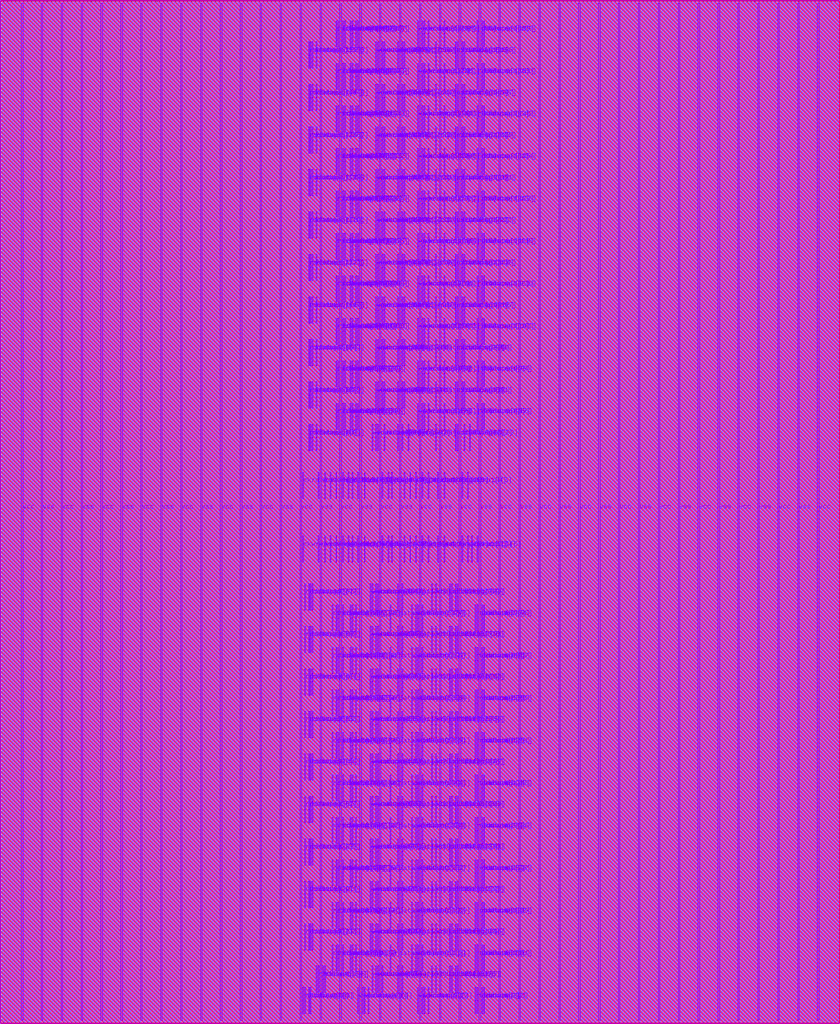
<source format=lef>
VERSION 5.8 ;
BUSBITCHARS "[]" ;
DIVIDERCHAR "/" ;

UNITS
  DATABASE MICRONS 4000 ;
END UNITS

MANUFACTURINGGRID 0.0005 ;

MACRO arf156b040e2r2w0cbbehbaa4acw
  CLASS BLOCK ;
  ORIGIN 0 0 ;
  FOREIGN arf156b040e2r2w0cbbehbaa4acw 0 0 ;
  SIZE 37.8 BY 46.08 ;
  PIN ckrdp0
    DIRECTION INPUT ;
    USE SIGNAL ;
    PORT
      LAYER m7 ;
        RECT 13.584 23.64 13.628 24.84 ;
    END
  END ckrdp0
  PIN ckrdp1
    DIRECTION INPUT ;
    USE SIGNAL ;
    PORT
      LAYER m7 ;
        RECT 17.444 23.64 17.488 24.84 ;
    END
  END ckrdp1
  PIN ckwrp0
    DIRECTION INPUT ;
    USE SIGNAL ;
    PORT
      LAYER m7 ;
        RECT 13.584 20.76 13.628 21.96 ;
    END
  END ckwrp0
  PIN ckwrp1
    DIRECTION INPUT ;
    USE SIGNAL ;
    PORT
      LAYER m7 ;
        RECT 17.612 20.76 17.656 21.96 ;
    END
  END ckwrp1
  PIN rdaddrp0[0]
    DIRECTION INPUT ;
    USE SIGNAL ;
    PORT
      LAYER m7 ;
        RECT 15.384 23.64 15.428 24.84 ;
    END
  END rdaddrp0[0]
  PIN rdaddrp0[1]
    DIRECTION INPUT ;
    USE SIGNAL ;
    PORT
      LAYER m7 ;
        RECT 15.644 23.64 15.688 24.84 ;
    END
  END rdaddrp0[1]
  PIN rdaddrp0[2]
    DIRECTION INPUT ;
    USE SIGNAL ;
    PORT
      LAYER m7 ;
        RECT 15.812 23.64 15.856 24.84 ;
    END
  END rdaddrp0[2]
  PIN rdaddrp0[3]
    DIRECTION INPUT ;
    USE SIGNAL ;
    PORT
      LAYER m7 ;
        RECT 16.072 23.64 16.116 24.84 ;
    END
  END rdaddrp0[3]
  PIN rdaddrp0[4]
    DIRECTION INPUT ;
    USE SIGNAL ;
    PORT
      LAYER m7 ;
        RECT 16.372 23.64 16.416 24.84 ;
    END
  END rdaddrp0[4]
  PIN rdaddrp0[5]
    DIRECTION INPUT ;
    USE SIGNAL ;
    PORT
      LAYER m7 ;
        RECT 17.184 23.64 17.228 24.84 ;
    END
  END rdaddrp0[5]
  PIN rdaddrp0_fd
    DIRECTION INPUT ;
    USE SIGNAL ;
    PORT
      LAYER m7 ;
        RECT 14.272 23.64 14.316 24.84 ;
    END
  END rdaddrp0_fd
  PIN rdaddrp0_rd
    DIRECTION INPUT ;
    USE SIGNAL ;
    PORT
      LAYER m7 ;
        RECT 14.572 23.64 14.616 24.84 ;
    END
  END rdaddrp0_rd
  PIN rdaddrp1[0]
    DIRECTION INPUT ;
    USE SIGNAL ;
    PORT
      LAYER m7 ;
        RECT 18.984 23.64 19.028 24.84 ;
    END
  END rdaddrp1[0]
  PIN rdaddrp1[1]
    DIRECTION INPUT ;
    USE SIGNAL ;
    PORT
      LAYER m7 ;
        RECT 19.244 23.64 19.288 24.84 ;
    END
  END rdaddrp1[1]
  PIN rdaddrp1[2]
    DIRECTION INPUT ;
    USE SIGNAL ;
    PORT
      LAYER m7 ;
        RECT 19.672 23.64 19.716 24.84 ;
    END
  END rdaddrp1[2]
  PIN rdaddrp1[3]
    DIRECTION INPUT ;
    USE SIGNAL ;
    PORT
      LAYER m7 ;
        RECT 19.972 23.64 20.016 24.84 ;
    END
  END rdaddrp1[3]
  PIN rdaddrp1[4]
    DIRECTION INPUT ;
    USE SIGNAL ;
    PORT
      LAYER m7 ;
        RECT 20.784 23.64 20.828 24.84 ;
    END
  END rdaddrp1[4]
  PIN rdaddrp1[5]
    DIRECTION INPUT ;
    USE SIGNAL ;
    PORT
      LAYER m7 ;
        RECT 21.044 23.64 21.088 24.84 ;
    END
  END rdaddrp1[5]
  PIN rdaddrp1_fd
    DIRECTION INPUT ;
    USE SIGNAL ;
    PORT
      LAYER m7 ;
        RECT 17.612 23.64 17.656 24.84 ;
    END
  END rdaddrp1_fd
  PIN rdaddrp1_rd
    DIRECTION INPUT ;
    USE SIGNAL ;
    PORT
      LAYER m7 ;
        RECT 18.172 23.64 18.216 24.84 ;
    END
  END rdaddrp1_rd
  PIN rddatap0[0]
    DIRECTION OUTPUT ;
    USE SIGNAL ;
    PORT
      LAYER m7 ;
        RECT 13.584 0.36 13.628 1.56 ;
    END
  END rddatap0[0]
  PIN rddatap0[100]
    DIRECTION OUTPUT ;
    USE SIGNAL ;
    PORT
      LAYER m7 ;
        RECT 15.084 30.6 15.128 31.8 ;
    END
  END rddatap0[100]
  PIN rddatap0[101]
    DIRECTION OUTPUT ;
    USE SIGNAL ;
    PORT
      LAYER m7 ;
        RECT 15.172 30.6 15.216 31.8 ;
    END
  END rddatap0[101]
  PIN rddatap0[102]
    DIRECTION OUTPUT ;
    USE SIGNAL ;
    PORT
      LAYER m7 ;
        RECT 21.472 30.6 21.516 31.8 ;
    END
  END rddatap0[102]
  PIN rddatap0[103]
    DIRECTION OUTPUT ;
    USE SIGNAL ;
    PORT
      LAYER m7 ;
        RECT 21.684 30.6 21.728 31.8 ;
    END
  END rddatap0[103]
  PIN rddatap0[104]
    DIRECTION OUTPUT ;
    USE SIGNAL ;
    PORT
      LAYER m7 ;
        RECT 13.844 31.56 13.888 32.76 ;
    END
  END rddatap0[104]
  PIN rddatap0[105]
    DIRECTION OUTPUT ;
    USE SIGNAL ;
    PORT
      LAYER m7 ;
        RECT 13.928 31.56 13.972 32.76 ;
    END
  END rddatap0[105]
  PIN rddatap0[106]
    DIRECTION OUTPUT ;
    USE SIGNAL ;
    PORT
      LAYER m7 ;
        RECT 20.484 31.56 20.528 32.76 ;
    END
  END rddatap0[106]
  PIN rddatap0[107]
    DIRECTION OUTPUT ;
    USE SIGNAL ;
    PORT
      LAYER m7 ;
        RECT 20.572 31.56 20.616 32.76 ;
    END
  END rddatap0[107]
  PIN rddatap0[108]
    DIRECTION OUTPUT ;
    USE SIGNAL ;
    PORT
      LAYER m7 ;
        RECT 15.084 32.52 15.128 33.72 ;
    END
  END rddatap0[108]
  PIN rddatap0[109]
    DIRECTION OUTPUT ;
    USE SIGNAL ;
    PORT
      LAYER m7 ;
        RECT 15.172 32.52 15.216 33.72 ;
    END
  END rddatap0[109]
  PIN rddatap0[10]
    DIRECTION OUTPUT ;
    USE SIGNAL ;
    PORT
      LAYER m7 ;
        RECT 21.384 2.28 21.428 3.48 ;
    END
  END rddatap0[10]
  PIN rddatap0[110]
    DIRECTION OUTPUT ;
    USE SIGNAL ;
    PORT
      LAYER m7 ;
        RECT 21.472 32.52 21.516 33.72 ;
    END
  END rddatap0[110]
  PIN rddatap0[111]
    DIRECTION OUTPUT ;
    USE SIGNAL ;
    PORT
      LAYER m7 ;
        RECT 21.684 32.52 21.728 33.72 ;
    END
  END rddatap0[111]
  PIN rddatap0[112]
    DIRECTION OUTPUT ;
    USE SIGNAL ;
    PORT
      LAYER m7 ;
        RECT 13.844 33.48 13.888 34.68 ;
    END
  END rddatap0[112]
  PIN rddatap0[113]
    DIRECTION OUTPUT ;
    USE SIGNAL ;
    PORT
      LAYER m7 ;
        RECT 13.928 33.48 13.972 34.68 ;
    END
  END rddatap0[113]
  PIN rddatap0[114]
    DIRECTION OUTPUT ;
    USE SIGNAL ;
    PORT
      LAYER m7 ;
        RECT 20.484 33.48 20.528 34.68 ;
    END
  END rddatap0[114]
  PIN rddatap0[115]
    DIRECTION OUTPUT ;
    USE SIGNAL ;
    PORT
      LAYER m7 ;
        RECT 20.572 33.48 20.616 34.68 ;
    END
  END rddatap0[115]
  PIN rddatap0[116]
    DIRECTION OUTPUT ;
    USE SIGNAL ;
    PORT
      LAYER m7 ;
        RECT 15.084 34.44 15.128 35.64 ;
    END
  END rddatap0[116]
  PIN rddatap0[117]
    DIRECTION OUTPUT ;
    USE SIGNAL ;
    PORT
      LAYER m7 ;
        RECT 15.172 34.44 15.216 35.64 ;
    END
  END rddatap0[117]
  PIN rddatap0[118]
    DIRECTION OUTPUT ;
    USE SIGNAL ;
    PORT
      LAYER m7 ;
        RECT 21.472 34.44 21.516 35.64 ;
    END
  END rddatap0[118]
  PIN rddatap0[119]
    DIRECTION OUTPUT ;
    USE SIGNAL ;
    PORT
      LAYER m7 ;
        RECT 21.684 34.44 21.728 35.64 ;
    END
  END rddatap0[119]
  PIN rddatap0[11]
    DIRECTION OUTPUT ;
    USE SIGNAL ;
    PORT
      LAYER m7 ;
        RECT 21.472 2.28 21.516 3.48 ;
    END
  END rddatap0[11]
  PIN rddatap0[120]
    DIRECTION OUTPUT ;
    USE SIGNAL ;
    PORT
      LAYER m7 ;
        RECT 13.844 35.4 13.888 36.6 ;
    END
  END rddatap0[120]
  PIN rddatap0[121]
    DIRECTION OUTPUT ;
    USE SIGNAL ;
    PORT
      LAYER m7 ;
        RECT 13.928 35.4 13.972 36.6 ;
    END
  END rddatap0[121]
  PIN rddatap0[122]
    DIRECTION OUTPUT ;
    USE SIGNAL ;
    PORT
      LAYER m7 ;
        RECT 20.484 35.4 20.528 36.6 ;
    END
  END rddatap0[122]
  PIN rddatap0[123]
    DIRECTION OUTPUT ;
    USE SIGNAL ;
    PORT
      LAYER m7 ;
        RECT 20.572 35.4 20.616 36.6 ;
    END
  END rddatap0[123]
  PIN rddatap0[124]
    DIRECTION OUTPUT ;
    USE SIGNAL ;
    PORT
      LAYER m7 ;
        RECT 15.084 36.36 15.128 37.56 ;
    END
  END rddatap0[124]
  PIN rddatap0[125]
    DIRECTION OUTPUT ;
    USE SIGNAL ;
    PORT
      LAYER m7 ;
        RECT 15.172 36.36 15.216 37.56 ;
    END
  END rddatap0[125]
  PIN rddatap0[126]
    DIRECTION OUTPUT ;
    USE SIGNAL ;
    PORT
      LAYER m7 ;
        RECT 21.472 36.36 21.516 37.56 ;
    END
  END rddatap0[126]
  PIN rddatap0[127]
    DIRECTION OUTPUT ;
    USE SIGNAL ;
    PORT
      LAYER m7 ;
        RECT 21.684 36.36 21.728 37.56 ;
    END
  END rddatap0[127]
  PIN rddatap0[128]
    DIRECTION OUTPUT ;
    USE SIGNAL ;
    PORT
      LAYER m7 ;
        RECT 13.844 37.32 13.888 38.52 ;
    END
  END rddatap0[128]
  PIN rddatap0[129]
    DIRECTION OUTPUT ;
    USE SIGNAL ;
    PORT
      LAYER m7 ;
        RECT 13.928 37.32 13.972 38.52 ;
    END
  END rddatap0[129]
  PIN rddatap0[12]
    DIRECTION OUTPUT ;
    USE SIGNAL ;
    PORT
      LAYER m7 ;
        RECT 13.672 3.24 13.716 4.44 ;
    END
  END rddatap0[12]
  PIN rddatap0[130]
    DIRECTION OUTPUT ;
    USE SIGNAL ;
    PORT
      LAYER m7 ;
        RECT 20.484 37.32 20.528 38.52 ;
    END
  END rddatap0[130]
  PIN rddatap0[131]
    DIRECTION OUTPUT ;
    USE SIGNAL ;
    PORT
      LAYER m7 ;
        RECT 20.572 37.32 20.616 38.52 ;
    END
  END rddatap0[131]
  PIN rddatap0[132]
    DIRECTION OUTPUT ;
    USE SIGNAL ;
    PORT
      LAYER m7 ;
        RECT 15.084 38.28 15.128 39.48 ;
    END
  END rddatap0[132]
  PIN rddatap0[133]
    DIRECTION OUTPUT ;
    USE SIGNAL ;
    PORT
      LAYER m7 ;
        RECT 15.172 38.28 15.216 39.48 ;
    END
  END rddatap0[133]
  PIN rddatap0[134]
    DIRECTION OUTPUT ;
    USE SIGNAL ;
    PORT
      LAYER m7 ;
        RECT 21.472 38.28 21.516 39.48 ;
    END
  END rddatap0[134]
  PIN rddatap0[135]
    DIRECTION OUTPUT ;
    USE SIGNAL ;
    PORT
      LAYER m7 ;
        RECT 21.684 38.28 21.728 39.48 ;
    END
  END rddatap0[135]
  PIN rddatap0[136]
    DIRECTION OUTPUT ;
    USE SIGNAL ;
    PORT
      LAYER m7 ;
        RECT 13.844 39.24 13.888 40.44 ;
    END
  END rddatap0[136]
  PIN rddatap0[137]
    DIRECTION OUTPUT ;
    USE SIGNAL ;
    PORT
      LAYER m7 ;
        RECT 13.928 39.24 13.972 40.44 ;
    END
  END rddatap0[137]
  PIN rddatap0[138]
    DIRECTION OUTPUT ;
    USE SIGNAL ;
    PORT
      LAYER m7 ;
        RECT 20.484 39.24 20.528 40.44 ;
    END
  END rddatap0[138]
  PIN rddatap0[139]
    DIRECTION OUTPUT ;
    USE SIGNAL ;
    PORT
      LAYER m7 ;
        RECT 20.572 39.24 20.616 40.44 ;
    END
  END rddatap0[139]
  PIN rddatap0[13]
    DIRECTION OUTPUT ;
    USE SIGNAL ;
    PORT
      LAYER m7 ;
        RECT 13.844 3.24 13.888 4.44 ;
    END
  END rddatap0[13]
  PIN rddatap0[140]
    DIRECTION OUTPUT ;
    USE SIGNAL ;
    PORT
      LAYER m7 ;
        RECT 15.084 40.2 15.128 41.4 ;
    END
  END rddatap0[140]
  PIN rddatap0[141]
    DIRECTION OUTPUT ;
    USE SIGNAL ;
    PORT
      LAYER m7 ;
        RECT 15.172 40.2 15.216 41.4 ;
    END
  END rddatap0[141]
  PIN rddatap0[142]
    DIRECTION OUTPUT ;
    USE SIGNAL ;
    PORT
      LAYER m7 ;
        RECT 21.472 40.2 21.516 41.4 ;
    END
  END rddatap0[142]
  PIN rddatap0[143]
    DIRECTION OUTPUT ;
    USE SIGNAL ;
    PORT
      LAYER m7 ;
        RECT 21.684 40.2 21.728 41.4 ;
    END
  END rddatap0[143]
  PIN rddatap0[144]
    DIRECTION OUTPUT ;
    USE SIGNAL ;
    PORT
      LAYER m7 ;
        RECT 13.844 41.16 13.888 42.36 ;
    END
  END rddatap0[144]
  PIN rddatap0[145]
    DIRECTION OUTPUT ;
    USE SIGNAL ;
    PORT
      LAYER m7 ;
        RECT 13.928 41.16 13.972 42.36 ;
    END
  END rddatap0[145]
  PIN rddatap0[146]
    DIRECTION OUTPUT ;
    USE SIGNAL ;
    PORT
      LAYER m7 ;
        RECT 20.484 41.16 20.528 42.36 ;
    END
  END rddatap0[146]
  PIN rddatap0[147]
    DIRECTION OUTPUT ;
    USE SIGNAL ;
    PORT
      LAYER m7 ;
        RECT 20.572 41.16 20.616 42.36 ;
    END
  END rddatap0[147]
  PIN rddatap0[148]
    DIRECTION OUTPUT ;
    USE SIGNAL ;
    PORT
      LAYER m7 ;
        RECT 15.084 42.12 15.128 43.32 ;
    END
  END rddatap0[148]
  PIN rddatap0[149]
    DIRECTION OUTPUT ;
    USE SIGNAL ;
    PORT
      LAYER m7 ;
        RECT 15.172 42.12 15.216 43.32 ;
    END
  END rddatap0[149]
  PIN rddatap0[14]
    DIRECTION OUTPUT ;
    USE SIGNAL ;
    PORT
      LAYER m7 ;
        RECT 20.228 3.24 20.272 4.44 ;
    END
  END rddatap0[14]
  PIN rddatap0[150]
    DIRECTION OUTPUT ;
    USE SIGNAL ;
    PORT
      LAYER m7 ;
        RECT 21.472 42.12 21.516 43.32 ;
    END
  END rddatap0[150]
  PIN rddatap0[151]
    DIRECTION OUTPUT ;
    USE SIGNAL ;
    PORT
      LAYER m7 ;
        RECT 21.684 42.12 21.728 43.32 ;
    END
  END rddatap0[151]
  PIN rddatap0[152]
    DIRECTION OUTPUT ;
    USE SIGNAL ;
    PORT
      LAYER m7 ;
        RECT 13.844 43.08 13.888 44.28 ;
    END
  END rddatap0[152]
  PIN rddatap0[153]
    DIRECTION OUTPUT ;
    USE SIGNAL ;
    PORT
      LAYER m7 ;
        RECT 13.928 43.08 13.972 44.28 ;
    END
  END rddatap0[153]
  PIN rddatap0[154]
    DIRECTION OUTPUT ;
    USE SIGNAL ;
    PORT
      LAYER m7 ;
        RECT 20.484 43.08 20.528 44.28 ;
    END
  END rddatap0[154]
  PIN rddatap0[155]
    DIRECTION OUTPUT ;
    USE SIGNAL ;
    PORT
      LAYER m7 ;
        RECT 20.572 43.08 20.616 44.28 ;
    END
  END rddatap0[155]
  PIN rddatap0[156]
    DIRECTION OUTPUT ;
    USE SIGNAL ;
    PORT
      LAYER m7 ;
        RECT 15.084 44.04 15.128 45.24 ;
    END
  END rddatap0[156]
  PIN rddatap0[157]
    DIRECTION OUTPUT ;
    USE SIGNAL ;
    PORT
      LAYER m7 ;
        RECT 15.172 44.04 15.216 45.24 ;
    END
  END rddatap0[157]
  PIN rddatap0[158]
    DIRECTION OUTPUT ;
    USE SIGNAL ;
    PORT
      LAYER m7 ;
        RECT 21.472 44.04 21.516 45.24 ;
    END
  END rddatap0[158]
  PIN rddatap0[159]
    DIRECTION OUTPUT ;
    USE SIGNAL ;
    PORT
      LAYER m7 ;
        RECT 21.684 44.04 21.728 45.24 ;
    END
  END rddatap0[159]
  PIN rddatap0[15]
    DIRECTION OUTPUT ;
    USE SIGNAL ;
    PORT
      LAYER m7 ;
        RECT 20.312 3.24 20.356 4.44 ;
    END
  END rddatap0[15]
  PIN rddatap0[16]
    DIRECTION OUTPUT ;
    USE SIGNAL ;
    PORT
      LAYER m7 ;
        RECT 14.912 4.2 14.956 5.4 ;
    END
  END rddatap0[16]
  PIN rddatap0[17]
    DIRECTION OUTPUT ;
    USE SIGNAL ;
    PORT
      LAYER m7 ;
        RECT 15.084 4.2 15.128 5.4 ;
    END
  END rddatap0[17]
  PIN rddatap0[18]
    DIRECTION OUTPUT ;
    USE SIGNAL ;
    PORT
      LAYER m7 ;
        RECT 21.384 4.2 21.428 5.4 ;
    END
  END rddatap0[18]
  PIN rddatap0[19]
    DIRECTION OUTPUT ;
    USE SIGNAL ;
    PORT
      LAYER m7 ;
        RECT 21.472 4.2 21.516 5.4 ;
    END
  END rddatap0[19]
  PIN rddatap0[1]
    DIRECTION OUTPUT ;
    USE SIGNAL ;
    PORT
      LAYER m7 ;
        RECT 13.672 0.36 13.716 1.56 ;
    END
  END rddatap0[1]
  PIN rddatap0[20]
    DIRECTION OUTPUT ;
    USE SIGNAL ;
    PORT
      LAYER m7 ;
        RECT 13.672 5.16 13.716 6.36 ;
    END
  END rddatap0[20]
  PIN rddatap0[21]
    DIRECTION OUTPUT ;
    USE SIGNAL ;
    PORT
      LAYER m7 ;
        RECT 13.844 5.16 13.888 6.36 ;
    END
  END rddatap0[21]
  PIN rddatap0[22]
    DIRECTION OUTPUT ;
    USE SIGNAL ;
    PORT
      LAYER m7 ;
        RECT 20.228 5.16 20.272 6.36 ;
    END
  END rddatap0[22]
  PIN rddatap0[23]
    DIRECTION OUTPUT ;
    USE SIGNAL ;
    PORT
      LAYER m7 ;
        RECT 20.312 5.16 20.356 6.36 ;
    END
  END rddatap0[23]
  PIN rddatap0[24]
    DIRECTION OUTPUT ;
    USE SIGNAL ;
    PORT
      LAYER m7 ;
        RECT 14.912 6.12 14.956 7.32 ;
    END
  END rddatap0[24]
  PIN rddatap0[25]
    DIRECTION OUTPUT ;
    USE SIGNAL ;
    PORT
      LAYER m7 ;
        RECT 15.084 6.12 15.128 7.32 ;
    END
  END rddatap0[25]
  PIN rddatap0[26]
    DIRECTION OUTPUT ;
    USE SIGNAL ;
    PORT
      LAYER m7 ;
        RECT 21.384 6.12 21.428 7.32 ;
    END
  END rddatap0[26]
  PIN rddatap0[27]
    DIRECTION OUTPUT ;
    USE SIGNAL ;
    PORT
      LAYER m7 ;
        RECT 21.472 6.12 21.516 7.32 ;
    END
  END rddatap0[27]
  PIN rddatap0[28]
    DIRECTION OUTPUT ;
    USE SIGNAL ;
    PORT
      LAYER m7 ;
        RECT 13.672 7.08 13.716 8.28 ;
    END
  END rddatap0[28]
  PIN rddatap0[29]
    DIRECTION OUTPUT ;
    USE SIGNAL ;
    PORT
      LAYER m7 ;
        RECT 13.844 7.08 13.888 8.28 ;
    END
  END rddatap0[29]
  PIN rddatap0[2]
    DIRECTION OUTPUT ;
    USE SIGNAL ;
    PORT
      LAYER m7 ;
        RECT 21.384 0.36 21.428 1.56 ;
    END
  END rddatap0[2]
  PIN rddatap0[30]
    DIRECTION OUTPUT ;
    USE SIGNAL ;
    PORT
      LAYER m7 ;
        RECT 20.228 7.08 20.272 8.28 ;
    END
  END rddatap0[30]
  PIN rddatap0[31]
    DIRECTION OUTPUT ;
    USE SIGNAL ;
    PORT
      LAYER m7 ;
        RECT 20.312 7.08 20.356 8.28 ;
    END
  END rddatap0[31]
  PIN rddatap0[32]
    DIRECTION OUTPUT ;
    USE SIGNAL ;
    PORT
      LAYER m7 ;
        RECT 14.912 8.04 14.956 9.24 ;
    END
  END rddatap0[32]
  PIN rddatap0[33]
    DIRECTION OUTPUT ;
    USE SIGNAL ;
    PORT
      LAYER m7 ;
        RECT 15.084 8.04 15.128 9.24 ;
    END
  END rddatap0[33]
  PIN rddatap0[34]
    DIRECTION OUTPUT ;
    USE SIGNAL ;
    PORT
      LAYER m7 ;
        RECT 21.384 8.04 21.428 9.24 ;
    END
  END rddatap0[34]
  PIN rddatap0[35]
    DIRECTION OUTPUT ;
    USE SIGNAL ;
    PORT
      LAYER m7 ;
        RECT 21.472 8.04 21.516 9.24 ;
    END
  END rddatap0[35]
  PIN rddatap0[36]
    DIRECTION OUTPUT ;
    USE SIGNAL ;
    PORT
      LAYER m7 ;
        RECT 13.672 9 13.716 10.2 ;
    END
  END rddatap0[36]
  PIN rddatap0[37]
    DIRECTION OUTPUT ;
    USE SIGNAL ;
    PORT
      LAYER m7 ;
        RECT 13.844 9 13.888 10.2 ;
    END
  END rddatap0[37]
  PIN rddatap0[38]
    DIRECTION OUTPUT ;
    USE SIGNAL ;
    PORT
      LAYER m7 ;
        RECT 20.228 9 20.272 10.2 ;
    END
  END rddatap0[38]
  PIN rddatap0[39]
    DIRECTION OUTPUT ;
    USE SIGNAL ;
    PORT
      LAYER m7 ;
        RECT 20.312 9 20.356 10.2 ;
    END
  END rddatap0[39]
  PIN rddatap0[3]
    DIRECTION OUTPUT ;
    USE SIGNAL ;
    PORT
      LAYER m7 ;
        RECT 21.472 0.36 21.516 1.56 ;
    END
  END rddatap0[3]
  PIN rddatap0[40]
    DIRECTION OUTPUT ;
    USE SIGNAL ;
    PORT
      LAYER m7 ;
        RECT 14.912 9.96 14.956 11.16 ;
    END
  END rddatap0[40]
  PIN rddatap0[41]
    DIRECTION OUTPUT ;
    USE SIGNAL ;
    PORT
      LAYER m7 ;
        RECT 15.084 9.96 15.128 11.16 ;
    END
  END rddatap0[41]
  PIN rddatap0[42]
    DIRECTION OUTPUT ;
    USE SIGNAL ;
    PORT
      LAYER m7 ;
        RECT 21.384 9.96 21.428 11.16 ;
    END
  END rddatap0[42]
  PIN rddatap0[43]
    DIRECTION OUTPUT ;
    USE SIGNAL ;
    PORT
      LAYER m7 ;
        RECT 21.472 9.96 21.516 11.16 ;
    END
  END rddatap0[43]
  PIN rddatap0[44]
    DIRECTION OUTPUT ;
    USE SIGNAL ;
    PORT
      LAYER m7 ;
        RECT 13.672 10.92 13.716 12.12 ;
    END
  END rddatap0[44]
  PIN rddatap0[45]
    DIRECTION OUTPUT ;
    USE SIGNAL ;
    PORT
      LAYER m7 ;
        RECT 13.844 10.92 13.888 12.12 ;
    END
  END rddatap0[45]
  PIN rddatap0[46]
    DIRECTION OUTPUT ;
    USE SIGNAL ;
    PORT
      LAYER m7 ;
        RECT 20.228 10.92 20.272 12.12 ;
    END
  END rddatap0[46]
  PIN rddatap0[47]
    DIRECTION OUTPUT ;
    USE SIGNAL ;
    PORT
      LAYER m7 ;
        RECT 20.312 10.92 20.356 12.12 ;
    END
  END rddatap0[47]
  PIN rddatap0[48]
    DIRECTION OUTPUT ;
    USE SIGNAL ;
    PORT
      LAYER m7 ;
        RECT 14.912 11.88 14.956 13.08 ;
    END
  END rddatap0[48]
  PIN rddatap0[49]
    DIRECTION OUTPUT ;
    USE SIGNAL ;
    PORT
      LAYER m7 ;
        RECT 15.084 11.88 15.128 13.08 ;
    END
  END rddatap0[49]
  PIN rddatap0[4]
    DIRECTION OUTPUT ;
    USE SIGNAL ;
    PORT
      LAYER m7 ;
        RECT 14.184 1.32 14.228 2.52 ;
    END
  END rddatap0[4]
  PIN rddatap0[50]
    DIRECTION OUTPUT ;
    USE SIGNAL ;
    PORT
      LAYER m7 ;
        RECT 21.384 11.88 21.428 13.08 ;
    END
  END rddatap0[50]
  PIN rddatap0[51]
    DIRECTION OUTPUT ;
    USE SIGNAL ;
    PORT
      LAYER m7 ;
        RECT 21.472 11.88 21.516 13.08 ;
    END
  END rddatap0[51]
  PIN rddatap0[52]
    DIRECTION OUTPUT ;
    USE SIGNAL ;
    PORT
      LAYER m7 ;
        RECT 13.672 12.84 13.716 14.04 ;
    END
  END rddatap0[52]
  PIN rddatap0[53]
    DIRECTION OUTPUT ;
    USE SIGNAL ;
    PORT
      LAYER m7 ;
        RECT 13.844 12.84 13.888 14.04 ;
    END
  END rddatap0[53]
  PIN rddatap0[54]
    DIRECTION OUTPUT ;
    USE SIGNAL ;
    PORT
      LAYER m7 ;
        RECT 20.228 12.84 20.272 14.04 ;
    END
  END rddatap0[54]
  PIN rddatap0[55]
    DIRECTION OUTPUT ;
    USE SIGNAL ;
    PORT
      LAYER m7 ;
        RECT 20.312 12.84 20.356 14.04 ;
    END
  END rddatap0[55]
  PIN rddatap0[56]
    DIRECTION OUTPUT ;
    USE SIGNAL ;
    PORT
      LAYER m7 ;
        RECT 14.912 13.8 14.956 15 ;
    END
  END rddatap0[56]
  PIN rddatap0[57]
    DIRECTION OUTPUT ;
    USE SIGNAL ;
    PORT
      LAYER m7 ;
        RECT 15.084 13.8 15.128 15 ;
    END
  END rddatap0[57]
  PIN rddatap0[58]
    DIRECTION OUTPUT ;
    USE SIGNAL ;
    PORT
      LAYER m7 ;
        RECT 21.384 13.8 21.428 15 ;
    END
  END rddatap0[58]
  PIN rddatap0[59]
    DIRECTION OUTPUT ;
    USE SIGNAL ;
    PORT
      LAYER m7 ;
        RECT 21.472 13.8 21.516 15 ;
    END
  END rddatap0[59]
  PIN rddatap0[5]
    DIRECTION OUTPUT ;
    USE SIGNAL ;
    PORT
      LAYER m7 ;
        RECT 14.272 1.32 14.316 2.52 ;
    END
  END rddatap0[5]
  PIN rddatap0[60]
    DIRECTION OUTPUT ;
    USE SIGNAL ;
    PORT
      LAYER m7 ;
        RECT 13.672 14.76 13.716 15.96 ;
    END
  END rddatap0[60]
  PIN rddatap0[61]
    DIRECTION OUTPUT ;
    USE SIGNAL ;
    PORT
      LAYER m7 ;
        RECT 13.844 14.76 13.888 15.96 ;
    END
  END rddatap0[61]
  PIN rddatap0[62]
    DIRECTION OUTPUT ;
    USE SIGNAL ;
    PORT
      LAYER m7 ;
        RECT 20.228 14.76 20.272 15.96 ;
    END
  END rddatap0[62]
  PIN rddatap0[63]
    DIRECTION OUTPUT ;
    USE SIGNAL ;
    PORT
      LAYER m7 ;
        RECT 20.312 14.76 20.356 15.96 ;
    END
  END rddatap0[63]
  PIN rddatap0[64]
    DIRECTION OUTPUT ;
    USE SIGNAL ;
    PORT
      LAYER m7 ;
        RECT 14.912 15.72 14.956 16.92 ;
    END
  END rddatap0[64]
  PIN rddatap0[65]
    DIRECTION OUTPUT ;
    USE SIGNAL ;
    PORT
      LAYER m7 ;
        RECT 15.084 15.72 15.128 16.92 ;
    END
  END rddatap0[65]
  PIN rddatap0[66]
    DIRECTION OUTPUT ;
    USE SIGNAL ;
    PORT
      LAYER m7 ;
        RECT 21.384 15.72 21.428 16.92 ;
    END
  END rddatap0[66]
  PIN rddatap0[67]
    DIRECTION OUTPUT ;
    USE SIGNAL ;
    PORT
      LAYER m7 ;
        RECT 21.472 15.72 21.516 16.92 ;
    END
  END rddatap0[67]
  PIN rddatap0[68]
    DIRECTION OUTPUT ;
    USE SIGNAL ;
    PORT
      LAYER m7 ;
        RECT 13.672 16.68 13.716 17.88 ;
    END
  END rddatap0[68]
  PIN rddatap0[69]
    DIRECTION OUTPUT ;
    USE SIGNAL ;
    PORT
      LAYER m7 ;
        RECT 13.844 16.68 13.888 17.88 ;
    END
  END rddatap0[69]
  PIN rddatap0[6]
    DIRECTION OUTPUT ;
    USE SIGNAL ;
    PORT
      LAYER m7 ;
        RECT 20.228 1.32 20.272 2.52 ;
    END
  END rddatap0[6]
  PIN rddatap0[70]
    DIRECTION OUTPUT ;
    USE SIGNAL ;
    PORT
      LAYER m7 ;
        RECT 20.228 16.68 20.272 17.88 ;
    END
  END rddatap0[70]
  PIN rddatap0[71]
    DIRECTION OUTPUT ;
    USE SIGNAL ;
    PORT
      LAYER m7 ;
        RECT 20.312 16.68 20.356 17.88 ;
    END
  END rddatap0[71]
  PIN rddatap0[72]
    DIRECTION OUTPUT ;
    USE SIGNAL ;
    PORT
      LAYER m7 ;
        RECT 14.912 17.64 14.956 18.84 ;
    END
  END rddatap0[72]
  PIN rddatap0[73]
    DIRECTION OUTPUT ;
    USE SIGNAL ;
    PORT
      LAYER m7 ;
        RECT 15.084 17.64 15.128 18.84 ;
    END
  END rddatap0[73]
  PIN rddatap0[74]
    DIRECTION OUTPUT ;
    USE SIGNAL ;
    PORT
      LAYER m7 ;
        RECT 21.384 17.64 21.428 18.84 ;
    END
  END rddatap0[74]
  PIN rddatap0[75]
    DIRECTION OUTPUT ;
    USE SIGNAL ;
    PORT
      LAYER m7 ;
        RECT 21.472 17.64 21.516 18.84 ;
    END
  END rddatap0[75]
  PIN rddatap0[76]
    DIRECTION OUTPUT ;
    USE SIGNAL ;
    PORT
      LAYER m7 ;
        RECT 13.672 18.6 13.716 19.8 ;
    END
  END rddatap0[76]
  PIN rddatap0[77]
    DIRECTION OUTPUT ;
    USE SIGNAL ;
    PORT
      LAYER m7 ;
        RECT 13.844 18.6 13.888 19.8 ;
    END
  END rddatap0[77]
  PIN rddatap0[78]
    DIRECTION OUTPUT ;
    USE SIGNAL ;
    PORT
      LAYER m7 ;
        RECT 20.228 18.6 20.272 19.8 ;
    END
  END rddatap0[78]
  PIN rddatap0[79]
    DIRECTION OUTPUT ;
    USE SIGNAL ;
    PORT
      LAYER m7 ;
        RECT 20.312 18.6 20.356 19.8 ;
    END
  END rddatap0[79]
  PIN rddatap0[7]
    DIRECTION OUTPUT ;
    USE SIGNAL ;
    PORT
      LAYER m7 ;
        RECT 20.312 1.32 20.356 2.52 ;
    END
  END rddatap0[7]
  PIN rddatap0[80]
    DIRECTION OUTPUT ;
    USE SIGNAL ;
    PORT
      LAYER m7 ;
        RECT 13.844 25.8 13.888 27 ;
    END
  END rddatap0[80]
  PIN rddatap0[81]
    DIRECTION OUTPUT ;
    USE SIGNAL ;
    PORT
      LAYER m7 ;
        RECT 13.928 25.8 13.972 27 ;
    END
  END rddatap0[81]
  PIN rddatap0[82]
    DIRECTION OUTPUT ;
    USE SIGNAL ;
    PORT
      LAYER m7 ;
        RECT 20.484 25.8 20.528 27 ;
    END
  END rddatap0[82]
  PIN rddatap0[83]
    DIRECTION OUTPUT ;
    USE SIGNAL ;
    PORT
      LAYER m7 ;
        RECT 20.572 25.8 20.616 27 ;
    END
  END rddatap0[83]
  PIN rddatap0[84]
    DIRECTION OUTPUT ;
    USE SIGNAL ;
    PORT
      LAYER m7 ;
        RECT 15.084 26.76 15.128 27.96 ;
    END
  END rddatap0[84]
  PIN rddatap0[85]
    DIRECTION OUTPUT ;
    USE SIGNAL ;
    PORT
      LAYER m7 ;
        RECT 15.172 26.76 15.216 27.96 ;
    END
  END rddatap0[85]
  PIN rddatap0[86]
    DIRECTION OUTPUT ;
    USE SIGNAL ;
    PORT
      LAYER m7 ;
        RECT 21.472 26.76 21.516 27.96 ;
    END
  END rddatap0[86]
  PIN rddatap0[87]
    DIRECTION OUTPUT ;
    USE SIGNAL ;
    PORT
      LAYER m7 ;
        RECT 21.684 26.76 21.728 27.96 ;
    END
  END rddatap0[87]
  PIN rddatap0[88]
    DIRECTION OUTPUT ;
    USE SIGNAL ;
    PORT
      LAYER m7 ;
        RECT 13.844 27.72 13.888 28.92 ;
    END
  END rddatap0[88]
  PIN rddatap0[89]
    DIRECTION OUTPUT ;
    USE SIGNAL ;
    PORT
      LAYER m7 ;
        RECT 13.928 27.72 13.972 28.92 ;
    END
  END rddatap0[89]
  PIN rddatap0[8]
    DIRECTION OUTPUT ;
    USE SIGNAL ;
    PORT
      LAYER m7 ;
        RECT 14.912 2.28 14.956 3.48 ;
    END
  END rddatap0[8]
  PIN rddatap0[90]
    DIRECTION OUTPUT ;
    USE SIGNAL ;
    PORT
      LAYER m7 ;
        RECT 20.484 27.72 20.528 28.92 ;
    END
  END rddatap0[90]
  PIN rddatap0[91]
    DIRECTION OUTPUT ;
    USE SIGNAL ;
    PORT
      LAYER m7 ;
        RECT 20.572 27.72 20.616 28.92 ;
    END
  END rddatap0[91]
  PIN rddatap0[92]
    DIRECTION OUTPUT ;
    USE SIGNAL ;
    PORT
      LAYER m7 ;
        RECT 15.084 28.68 15.128 29.88 ;
    END
  END rddatap0[92]
  PIN rddatap0[93]
    DIRECTION OUTPUT ;
    USE SIGNAL ;
    PORT
      LAYER m7 ;
        RECT 15.172 28.68 15.216 29.88 ;
    END
  END rddatap0[93]
  PIN rddatap0[94]
    DIRECTION OUTPUT ;
    USE SIGNAL ;
    PORT
      LAYER m7 ;
        RECT 21.472 28.68 21.516 29.88 ;
    END
  END rddatap0[94]
  PIN rddatap0[95]
    DIRECTION OUTPUT ;
    USE SIGNAL ;
    PORT
      LAYER m7 ;
        RECT 21.684 28.68 21.728 29.88 ;
    END
  END rddatap0[95]
  PIN rddatap0[96]
    DIRECTION OUTPUT ;
    USE SIGNAL ;
    PORT
      LAYER m7 ;
        RECT 13.844 29.64 13.888 30.84 ;
    END
  END rddatap0[96]
  PIN rddatap0[97]
    DIRECTION OUTPUT ;
    USE SIGNAL ;
    PORT
      LAYER m7 ;
        RECT 13.928 29.64 13.972 30.84 ;
    END
  END rddatap0[97]
  PIN rddatap0[98]
    DIRECTION OUTPUT ;
    USE SIGNAL ;
    PORT
      LAYER m7 ;
        RECT 20.484 29.64 20.528 30.84 ;
    END
  END rddatap0[98]
  PIN rddatap0[99]
    DIRECTION OUTPUT ;
    USE SIGNAL ;
    PORT
      LAYER m7 ;
        RECT 20.572 29.64 20.616 30.84 ;
    END
  END rddatap0[99]
  PIN rddatap0[9]
    DIRECTION OUTPUT ;
    USE SIGNAL ;
    PORT
      LAYER m7 ;
        RECT 15.084 2.28 15.128 3.48 ;
    END
  END rddatap0[9]
  PIN rddatap1[0]
    DIRECTION OUTPUT ;
    USE SIGNAL ;
    PORT
      LAYER m7 ;
        RECT 13.844 0.36 13.888 1.56 ;
    END
  END rddatap1[0]
  PIN rddatap1[100]
    DIRECTION OUTPUT ;
    USE SIGNAL ;
    PORT
      LAYER m7 ;
        RECT 15.384 30.6 15.428 31.8 ;
    END
  END rddatap1[100]
  PIN rddatap1[101]
    DIRECTION OUTPUT ;
    USE SIGNAL ;
    PORT
      LAYER m7 ;
        RECT 15.472 30.6 15.516 31.8 ;
    END
  END rddatap1[101]
  PIN rddatap1[102]
    DIRECTION OUTPUT ;
    USE SIGNAL ;
    PORT
      LAYER m7 ;
        RECT 21.772 30.6 21.816 31.8 ;
    END
  END rddatap1[102]
  PIN rddatap1[103]
    DIRECTION OUTPUT ;
    USE SIGNAL ;
    PORT
      LAYER m7 ;
        RECT 19.972 30.6 20.016 31.8 ;
    END
  END rddatap1[103]
  PIN rddatap1[104]
    DIRECTION OUTPUT ;
    USE SIGNAL ;
    PORT
      LAYER m7 ;
        RECT 14.012 31.56 14.056 32.76 ;
    END
  END rddatap1[104]
  PIN rddatap1[105]
    DIRECTION OUTPUT ;
    USE SIGNAL ;
    PORT
      LAYER m7 ;
        RECT 14.184 31.56 14.228 32.76 ;
    END
  END rddatap1[105]
  PIN rddatap1[106]
    DIRECTION OUTPUT ;
    USE SIGNAL ;
    PORT
      LAYER m7 ;
        RECT 20.784 31.56 20.828 32.76 ;
    END
  END rddatap1[106]
  PIN rddatap1[107]
    DIRECTION OUTPUT ;
    USE SIGNAL ;
    PORT
      LAYER m7 ;
        RECT 20.872 31.56 20.916 32.76 ;
    END
  END rddatap1[107]
  PIN rddatap1[108]
    DIRECTION OUTPUT ;
    USE SIGNAL ;
    PORT
      LAYER m7 ;
        RECT 15.384 32.52 15.428 33.72 ;
    END
  END rddatap1[108]
  PIN rddatap1[109]
    DIRECTION OUTPUT ;
    USE SIGNAL ;
    PORT
      LAYER m7 ;
        RECT 15.472 32.52 15.516 33.72 ;
    END
  END rddatap1[109]
  PIN rddatap1[10]
    DIRECTION OUTPUT ;
    USE SIGNAL ;
    PORT
      LAYER m7 ;
        RECT 21.684 2.28 21.728 3.48 ;
    END
  END rddatap1[10]
  PIN rddatap1[110]
    DIRECTION OUTPUT ;
    USE SIGNAL ;
    PORT
      LAYER m7 ;
        RECT 21.772 32.52 21.816 33.72 ;
    END
  END rddatap1[110]
  PIN rddatap1[111]
    DIRECTION OUTPUT ;
    USE SIGNAL ;
    PORT
      LAYER m7 ;
        RECT 19.972 32.52 20.016 33.72 ;
    END
  END rddatap1[111]
  PIN rddatap1[112]
    DIRECTION OUTPUT ;
    USE SIGNAL ;
    PORT
      LAYER m7 ;
        RECT 14.012 33.48 14.056 34.68 ;
    END
  END rddatap1[112]
  PIN rddatap1[113]
    DIRECTION OUTPUT ;
    USE SIGNAL ;
    PORT
      LAYER m7 ;
        RECT 14.184 33.48 14.228 34.68 ;
    END
  END rddatap1[113]
  PIN rddatap1[114]
    DIRECTION OUTPUT ;
    USE SIGNAL ;
    PORT
      LAYER m7 ;
        RECT 20.784 33.48 20.828 34.68 ;
    END
  END rddatap1[114]
  PIN rddatap1[115]
    DIRECTION OUTPUT ;
    USE SIGNAL ;
    PORT
      LAYER m7 ;
        RECT 20.872 33.48 20.916 34.68 ;
    END
  END rddatap1[115]
  PIN rddatap1[116]
    DIRECTION OUTPUT ;
    USE SIGNAL ;
    PORT
      LAYER m7 ;
        RECT 15.384 34.44 15.428 35.64 ;
    END
  END rddatap1[116]
  PIN rddatap1[117]
    DIRECTION OUTPUT ;
    USE SIGNAL ;
    PORT
      LAYER m7 ;
        RECT 15.472 34.44 15.516 35.64 ;
    END
  END rddatap1[117]
  PIN rddatap1[118]
    DIRECTION OUTPUT ;
    USE SIGNAL ;
    PORT
      LAYER m7 ;
        RECT 21.772 34.44 21.816 35.64 ;
    END
  END rddatap1[118]
  PIN rddatap1[119]
    DIRECTION OUTPUT ;
    USE SIGNAL ;
    PORT
      LAYER m7 ;
        RECT 19.972 34.44 20.016 35.64 ;
    END
  END rddatap1[119]
  PIN rddatap1[11]
    DIRECTION OUTPUT ;
    USE SIGNAL ;
    PORT
      LAYER m7 ;
        RECT 21.772 2.28 21.816 3.48 ;
    END
  END rddatap1[11]
  PIN rddatap1[120]
    DIRECTION OUTPUT ;
    USE SIGNAL ;
    PORT
      LAYER m7 ;
        RECT 14.012 35.4 14.056 36.6 ;
    END
  END rddatap1[120]
  PIN rddatap1[121]
    DIRECTION OUTPUT ;
    USE SIGNAL ;
    PORT
      LAYER m7 ;
        RECT 14.184 35.4 14.228 36.6 ;
    END
  END rddatap1[121]
  PIN rddatap1[122]
    DIRECTION OUTPUT ;
    USE SIGNAL ;
    PORT
      LAYER m7 ;
        RECT 20.784 35.4 20.828 36.6 ;
    END
  END rddatap1[122]
  PIN rddatap1[123]
    DIRECTION OUTPUT ;
    USE SIGNAL ;
    PORT
      LAYER m7 ;
        RECT 20.872 35.4 20.916 36.6 ;
    END
  END rddatap1[123]
  PIN rddatap1[124]
    DIRECTION OUTPUT ;
    USE SIGNAL ;
    PORT
      LAYER m7 ;
        RECT 15.384 36.36 15.428 37.56 ;
    END
  END rddatap1[124]
  PIN rddatap1[125]
    DIRECTION OUTPUT ;
    USE SIGNAL ;
    PORT
      LAYER m7 ;
        RECT 15.472 36.36 15.516 37.56 ;
    END
  END rddatap1[125]
  PIN rddatap1[126]
    DIRECTION OUTPUT ;
    USE SIGNAL ;
    PORT
      LAYER m7 ;
        RECT 21.772 36.36 21.816 37.56 ;
    END
  END rddatap1[126]
  PIN rddatap1[127]
    DIRECTION OUTPUT ;
    USE SIGNAL ;
    PORT
      LAYER m7 ;
        RECT 19.972 36.36 20.016 37.56 ;
    END
  END rddatap1[127]
  PIN rddatap1[128]
    DIRECTION OUTPUT ;
    USE SIGNAL ;
    PORT
      LAYER m7 ;
        RECT 14.012 37.32 14.056 38.52 ;
    END
  END rddatap1[128]
  PIN rddatap1[129]
    DIRECTION OUTPUT ;
    USE SIGNAL ;
    PORT
      LAYER m7 ;
        RECT 14.184 37.32 14.228 38.52 ;
    END
  END rddatap1[129]
  PIN rddatap1[12]
    DIRECTION OUTPUT ;
    USE SIGNAL ;
    PORT
      LAYER m7 ;
        RECT 13.928 3.24 13.972 4.44 ;
    END
  END rddatap1[12]
  PIN rddatap1[130]
    DIRECTION OUTPUT ;
    USE SIGNAL ;
    PORT
      LAYER m7 ;
        RECT 20.784 37.32 20.828 38.52 ;
    END
  END rddatap1[130]
  PIN rddatap1[131]
    DIRECTION OUTPUT ;
    USE SIGNAL ;
    PORT
      LAYER m7 ;
        RECT 20.872 37.32 20.916 38.52 ;
    END
  END rddatap1[131]
  PIN rddatap1[132]
    DIRECTION OUTPUT ;
    USE SIGNAL ;
    PORT
      LAYER m7 ;
        RECT 15.384 38.28 15.428 39.48 ;
    END
  END rddatap1[132]
  PIN rddatap1[133]
    DIRECTION OUTPUT ;
    USE SIGNAL ;
    PORT
      LAYER m7 ;
        RECT 15.472 38.28 15.516 39.48 ;
    END
  END rddatap1[133]
  PIN rddatap1[134]
    DIRECTION OUTPUT ;
    USE SIGNAL ;
    PORT
      LAYER m7 ;
        RECT 21.772 38.28 21.816 39.48 ;
    END
  END rddatap1[134]
  PIN rddatap1[135]
    DIRECTION OUTPUT ;
    USE SIGNAL ;
    PORT
      LAYER m7 ;
        RECT 19.972 38.28 20.016 39.48 ;
    END
  END rddatap1[135]
  PIN rddatap1[136]
    DIRECTION OUTPUT ;
    USE SIGNAL ;
    PORT
      LAYER m7 ;
        RECT 14.012 39.24 14.056 40.44 ;
    END
  END rddatap1[136]
  PIN rddatap1[137]
    DIRECTION OUTPUT ;
    USE SIGNAL ;
    PORT
      LAYER m7 ;
        RECT 14.184 39.24 14.228 40.44 ;
    END
  END rddatap1[137]
  PIN rddatap1[138]
    DIRECTION OUTPUT ;
    USE SIGNAL ;
    PORT
      LAYER m7 ;
        RECT 20.784 39.24 20.828 40.44 ;
    END
  END rddatap1[138]
  PIN rddatap1[139]
    DIRECTION OUTPUT ;
    USE SIGNAL ;
    PORT
      LAYER m7 ;
        RECT 20.872 39.24 20.916 40.44 ;
    END
  END rddatap1[139]
  PIN rddatap1[13]
    DIRECTION OUTPUT ;
    USE SIGNAL ;
    PORT
      LAYER m7 ;
        RECT 14.012 3.24 14.056 4.44 ;
    END
  END rddatap1[13]
  PIN rddatap1[140]
    DIRECTION OUTPUT ;
    USE SIGNAL ;
    PORT
      LAYER m7 ;
        RECT 15.384 40.2 15.428 41.4 ;
    END
  END rddatap1[140]
  PIN rddatap1[141]
    DIRECTION OUTPUT ;
    USE SIGNAL ;
    PORT
      LAYER m7 ;
        RECT 15.472 40.2 15.516 41.4 ;
    END
  END rddatap1[141]
  PIN rddatap1[142]
    DIRECTION OUTPUT ;
    USE SIGNAL ;
    PORT
      LAYER m7 ;
        RECT 21.772 40.2 21.816 41.4 ;
    END
  END rddatap1[142]
  PIN rddatap1[143]
    DIRECTION OUTPUT ;
    USE SIGNAL ;
    PORT
      LAYER m7 ;
        RECT 19.972 40.2 20.016 41.4 ;
    END
  END rddatap1[143]
  PIN rddatap1[144]
    DIRECTION OUTPUT ;
    USE SIGNAL ;
    PORT
      LAYER m7 ;
        RECT 14.012 41.16 14.056 42.36 ;
    END
  END rddatap1[144]
  PIN rddatap1[145]
    DIRECTION OUTPUT ;
    USE SIGNAL ;
    PORT
      LAYER m7 ;
        RECT 14.184 41.16 14.228 42.36 ;
    END
  END rddatap1[145]
  PIN rddatap1[146]
    DIRECTION OUTPUT ;
    USE SIGNAL ;
    PORT
      LAYER m7 ;
        RECT 20.784 41.16 20.828 42.36 ;
    END
  END rddatap1[146]
  PIN rddatap1[147]
    DIRECTION OUTPUT ;
    USE SIGNAL ;
    PORT
      LAYER m7 ;
        RECT 20.872 41.16 20.916 42.36 ;
    END
  END rddatap1[147]
  PIN rddatap1[148]
    DIRECTION OUTPUT ;
    USE SIGNAL ;
    PORT
      LAYER m7 ;
        RECT 15.384 42.12 15.428 43.32 ;
    END
  END rddatap1[148]
  PIN rddatap1[149]
    DIRECTION OUTPUT ;
    USE SIGNAL ;
    PORT
      LAYER m7 ;
        RECT 15.472 42.12 15.516 43.32 ;
    END
  END rddatap1[149]
  PIN rddatap1[14]
    DIRECTION OUTPUT ;
    USE SIGNAL ;
    PORT
      LAYER m7 ;
        RECT 20.484 3.24 20.528 4.44 ;
    END
  END rddatap1[14]
  PIN rddatap1[150]
    DIRECTION OUTPUT ;
    USE SIGNAL ;
    PORT
      LAYER m7 ;
        RECT 21.772 42.12 21.816 43.32 ;
    END
  END rddatap1[150]
  PIN rddatap1[151]
    DIRECTION OUTPUT ;
    USE SIGNAL ;
    PORT
      LAYER m7 ;
        RECT 19.972 42.12 20.016 43.32 ;
    END
  END rddatap1[151]
  PIN rddatap1[152]
    DIRECTION OUTPUT ;
    USE SIGNAL ;
    PORT
      LAYER m7 ;
        RECT 14.012 43.08 14.056 44.28 ;
    END
  END rddatap1[152]
  PIN rddatap1[153]
    DIRECTION OUTPUT ;
    USE SIGNAL ;
    PORT
      LAYER m7 ;
        RECT 14.184 43.08 14.228 44.28 ;
    END
  END rddatap1[153]
  PIN rddatap1[154]
    DIRECTION OUTPUT ;
    USE SIGNAL ;
    PORT
      LAYER m7 ;
        RECT 20.784 43.08 20.828 44.28 ;
    END
  END rddatap1[154]
  PIN rddatap1[155]
    DIRECTION OUTPUT ;
    USE SIGNAL ;
    PORT
      LAYER m7 ;
        RECT 20.872 43.08 20.916 44.28 ;
    END
  END rddatap1[155]
  PIN rddatap1[156]
    DIRECTION OUTPUT ;
    USE SIGNAL ;
    PORT
      LAYER m7 ;
        RECT 15.384 44.04 15.428 45.24 ;
    END
  END rddatap1[156]
  PIN rddatap1[157]
    DIRECTION OUTPUT ;
    USE SIGNAL ;
    PORT
      LAYER m7 ;
        RECT 15.472 44.04 15.516 45.24 ;
    END
  END rddatap1[157]
  PIN rddatap1[158]
    DIRECTION OUTPUT ;
    USE SIGNAL ;
    PORT
      LAYER m7 ;
        RECT 21.772 44.04 21.816 45.24 ;
    END
  END rddatap1[158]
  PIN rddatap1[159]
    DIRECTION OUTPUT ;
    USE SIGNAL ;
    PORT
      LAYER m7 ;
        RECT 19.972 44.04 20.016 45.24 ;
    END
  END rddatap1[159]
  PIN rddatap1[15]
    DIRECTION OUTPUT ;
    USE SIGNAL ;
    PORT
      LAYER m7 ;
        RECT 20.572 3.24 20.616 4.44 ;
    END
  END rddatap1[15]
  PIN rddatap1[16]
    DIRECTION OUTPUT ;
    USE SIGNAL ;
    PORT
      LAYER m7 ;
        RECT 15.172 4.2 15.216 5.4 ;
    END
  END rddatap1[16]
  PIN rddatap1[17]
    DIRECTION OUTPUT ;
    USE SIGNAL ;
    PORT
      LAYER m7 ;
        RECT 15.384 4.2 15.428 5.4 ;
    END
  END rddatap1[17]
  PIN rddatap1[18]
    DIRECTION OUTPUT ;
    USE SIGNAL ;
    PORT
      LAYER m7 ;
        RECT 21.684 4.2 21.728 5.4 ;
    END
  END rddatap1[18]
  PIN rddatap1[19]
    DIRECTION OUTPUT ;
    USE SIGNAL ;
    PORT
      LAYER m7 ;
        RECT 21.772 4.2 21.816 5.4 ;
    END
  END rddatap1[19]
  PIN rddatap1[1]
    DIRECTION OUTPUT ;
    USE SIGNAL ;
    PORT
      LAYER m7 ;
        RECT 13.928 0.36 13.972 1.56 ;
    END
  END rddatap1[1]
  PIN rddatap1[20]
    DIRECTION OUTPUT ;
    USE SIGNAL ;
    PORT
      LAYER m7 ;
        RECT 13.928 5.16 13.972 6.36 ;
    END
  END rddatap1[20]
  PIN rddatap1[21]
    DIRECTION OUTPUT ;
    USE SIGNAL ;
    PORT
      LAYER m7 ;
        RECT 14.012 5.16 14.056 6.36 ;
    END
  END rddatap1[21]
  PIN rddatap1[22]
    DIRECTION OUTPUT ;
    USE SIGNAL ;
    PORT
      LAYER m7 ;
        RECT 20.484 5.16 20.528 6.36 ;
    END
  END rddatap1[22]
  PIN rddatap1[23]
    DIRECTION OUTPUT ;
    USE SIGNAL ;
    PORT
      LAYER m7 ;
        RECT 20.572 5.16 20.616 6.36 ;
    END
  END rddatap1[23]
  PIN rddatap1[24]
    DIRECTION OUTPUT ;
    USE SIGNAL ;
    PORT
      LAYER m7 ;
        RECT 15.172 6.12 15.216 7.32 ;
    END
  END rddatap1[24]
  PIN rddatap1[25]
    DIRECTION OUTPUT ;
    USE SIGNAL ;
    PORT
      LAYER m7 ;
        RECT 15.384 6.12 15.428 7.32 ;
    END
  END rddatap1[25]
  PIN rddatap1[26]
    DIRECTION OUTPUT ;
    USE SIGNAL ;
    PORT
      LAYER m7 ;
        RECT 21.684 6.12 21.728 7.32 ;
    END
  END rddatap1[26]
  PIN rddatap1[27]
    DIRECTION OUTPUT ;
    USE SIGNAL ;
    PORT
      LAYER m7 ;
        RECT 21.772 6.12 21.816 7.32 ;
    END
  END rddatap1[27]
  PIN rddatap1[28]
    DIRECTION OUTPUT ;
    USE SIGNAL ;
    PORT
      LAYER m7 ;
        RECT 13.928 7.08 13.972 8.28 ;
    END
  END rddatap1[28]
  PIN rddatap1[29]
    DIRECTION OUTPUT ;
    USE SIGNAL ;
    PORT
      LAYER m7 ;
        RECT 14.012 7.08 14.056 8.28 ;
    END
  END rddatap1[29]
  PIN rddatap1[2]
    DIRECTION OUTPUT ;
    USE SIGNAL ;
    PORT
      LAYER m7 ;
        RECT 21.684 0.36 21.728 1.56 ;
    END
  END rddatap1[2]
  PIN rddatap1[30]
    DIRECTION OUTPUT ;
    USE SIGNAL ;
    PORT
      LAYER m7 ;
        RECT 20.484 7.08 20.528 8.28 ;
    END
  END rddatap1[30]
  PIN rddatap1[31]
    DIRECTION OUTPUT ;
    USE SIGNAL ;
    PORT
      LAYER m7 ;
        RECT 20.572 7.08 20.616 8.28 ;
    END
  END rddatap1[31]
  PIN rddatap1[32]
    DIRECTION OUTPUT ;
    USE SIGNAL ;
    PORT
      LAYER m7 ;
        RECT 15.172 8.04 15.216 9.24 ;
    END
  END rddatap1[32]
  PIN rddatap1[33]
    DIRECTION OUTPUT ;
    USE SIGNAL ;
    PORT
      LAYER m7 ;
        RECT 15.384 8.04 15.428 9.24 ;
    END
  END rddatap1[33]
  PIN rddatap1[34]
    DIRECTION OUTPUT ;
    USE SIGNAL ;
    PORT
      LAYER m7 ;
        RECT 21.684 8.04 21.728 9.24 ;
    END
  END rddatap1[34]
  PIN rddatap1[35]
    DIRECTION OUTPUT ;
    USE SIGNAL ;
    PORT
      LAYER m7 ;
        RECT 21.772 8.04 21.816 9.24 ;
    END
  END rddatap1[35]
  PIN rddatap1[36]
    DIRECTION OUTPUT ;
    USE SIGNAL ;
    PORT
      LAYER m7 ;
        RECT 13.928 9 13.972 10.2 ;
    END
  END rddatap1[36]
  PIN rddatap1[37]
    DIRECTION OUTPUT ;
    USE SIGNAL ;
    PORT
      LAYER m7 ;
        RECT 14.012 9 14.056 10.2 ;
    END
  END rddatap1[37]
  PIN rddatap1[38]
    DIRECTION OUTPUT ;
    USE SIGNAL ;
    PORT
      LAYER m7 ;
        RECT 20.484 9 20.528 10.2 ;
    END
  END rddatap1[38]
  PIN rddatap1[39]
    DIRECTION OUTPUT ;
    USE SIGNAL ;
    PORT
      LAYER m7 ;
        RECT 20.572 9 20.616 10.2 ;
    END
  END rddatap1[39]
  PIN rddatap1[3]
    DIRECTION OUTPUT ;
    USE SIGNAL ;
    PORT
      LAYER m7 ;
        RECT 21.772 0.36 21.816 1.56 ;
    END
  END rddatap1[3]
  PIN rddatap1[40]
    DIRECTION OUTPUT ;
    USE SIGNAL ;
    PORT
      LAYER m7 ;
        RECT 15.172 9.96 15.216 11.16 ;
    END
  END rddatap1[40]
  PIN rddatap1[41]
    DIRECTION OUTPUT ;
    USE SIGNAL ;
    PORT
      LAYER m7 ;
        RECT 15.384 9.96 15.428 11.16 ;
    END
  END rddatap1[41]
  PIN rddatap1[42]
    DIRECTION OUTPUT ;
    USE SIGNAL ;
    PORT
      LAYER m7 ;
        RECT 21.684 9.96 21.728 11.16 ;
    END
  END rddatap1[42]
  PIN rddatap1[43]
    DIRECTION OUTPUT ;
    USE SIGNAL ;
    PORT
      LAYER m7 ;
        RECT 21.772 9.96 21.816 11.16 ;
    END
  END rddatap1[43]
  PIN rddatap1[44]
    DIRECTION OUTPUT ;
    USE SIGNAL ;
    PORT
      LAYER m7 ;
        RECT 13.928 10.92 13.972 12.12 ;
    END
  END rddatap1[44]
  PIN rddatap1[45]
    DIRECTION OUTPUT ;
    USE SIGNAL ;
    PORT
      LAYER m7 ;
        RECT 14.012 10.92 14.056 12.12 ;
    END
  END rddatap1[45]
  PIN rddatap1[46]
    DIRECTION OUTPUT ;
    USE SIGNAL ;
    PORT
      LAYER m7 ;
        RECT 20.484 10.92 20.528 12.12 ;
    END
  END rddatap1[46]
  PIN rddatap1[47]
    DIRECTION OUTPUT ;
    USE SIGNAL ;
    PORT
      LAYER m7 ;
        RECT 20.572 10.92 20.616 12.12 ;
    END
  END rddatap1[47]
  PIN rddatap1[48]
    DIRECTION OUTPUT ;
    USE SIGNAL ;
    PORT
      LAYER m7 ;
        RECT 15.172 11.88 15.216 13.08 ;
    END
  END rddatap1[48]
  PIN rddatap1[49]
    DIRECTION OUTPUT ;
    USE SIGNAL ;
    PORT
      LAYER m7 ;
        RECT 15.384 11.88 15.428 13.08 ;
    END
  END rddatap1[49]
  PIN rddatap1[4]
    DIRECTION OUTPUT ;
    USE SIGNAL ;
    PORT
      LAYER m7 ;
        RECT 14.484 1.32 14.528 2.52 ;
    END
  END rddatap1[4]
  PIN rddatap1[50]
    DIRECTION OUTPUT ;
    USE SIGNAL ;
    PORT
      LAYER m7 ;
        RECT 21.684 11.88 21.728 13.08 ;
    END
  END rddatap1[50]
  PIN rddatap1[51]
    DIRECTION OUTPUT ;
    USE SIGNAL ;
    PORT
      LAYER m7 ;
        RECT 21.772 11.88 21.816 13.08 ;
    END
  END rddatap1[51]
  PIN rddatap1[52]
    DIRECTION OUTPUT ;
    USE SIGNAL ;
    PORT
      LAYER m7 ;
        RECT 13.928 12.84 13.972 14.04 ;
    END
  END rddatap1[52]
  PIN rddatap1[53]
    DIRECTION OUTPUT ;
    USE SIGNAL ;
    PORT
      LAYER m7 ;
        RECT 14.012 12.84 14.056 14.04 ;
    END
  END rddatap1[53]
  PIN rddatap1[54]
    DIRECTION OUTPUT ;
    USE SIGNAL ;
    PORT
      LAYER m7 ;
        RECT 20.484 12.84 20.528 14.04 ;
    END
  END rddatap1[54]
  PIN rddatap1[55]
    DIRECTION OUTPUT ;
    USE SIGNAL ;
    PORT
      LAYER m7 ;
        RECT 20.572 12.84 20.616 14.04 ;
    END
  END rddatap1[55]
  PIN rddatap1[56]
    DIRECTION OUTPUT ;
    USE SIGNAL ;
    PORT
      LAYER m7 ;
        RECT 15.172 13.8 15.216 15 ;
    END
  END rddatap1[56]
  PIN rddatap1[57]
    DIRECTION OUTPUT ;
    USE SIGNAL ;
    PORT
      LAYER m7 ;
        RECT 15.384 13.8 15.428 15 ;
    END
  END rddatap1[57]
  PIN rddatap1[58]
    DIRECTION OUTPUT ;
    USE SIGNAL ;
    PORT
      LAYER m7 ;
        RECT 21.684 13.8 21.728 15 ;
    END
  END rddatap1[58]
  PIN rddatap1[59]
    DIRECTION OUTPUT ;
    USE SIGNAL ;
    PORT
      LAYER m7 ;
        RECT 21.772 13.8 21.816 15 ;
    END
  END rddatap1[59]
  PIN rddatap1[5]
    DIRECTION OUTPUT ;
    USE SIGNAL ;
    PORT
      LAYER m7 ;
        RECT 14.572 1.32 14.616 2.52 ;
    END
  END rddatap1[5]
  PIN rddatap1[60]
    DIRECTION OUTPUT ;
    USE SIGNAL ;
    PORT
      LAYER m7 ;
        RECT 13.928 14.76 13.972 15.96 ;
    END
  END rddatap1[60]
  PIN rddatap1[61]
    DIRECTION OUTPUT ;
    USE SIGNAL ;
    PORT
      LAYER m7 ;
        RECT 14.012 14.76 14.056 15.96 ;
    END
  END rddatap1[61]
  PIN rddatap1[62]
    DIRECTION OUTPUT ;
    USE SIGNAL ;
    PORT
      LAYER m7 ;
        RECT 20.484 14.76 20.528 15.96 ;
    END
  END rddatap1[62]
  PIN rddatap1[63]
    DIRECTION OUTPUT ;
    USE SIGNAL ;
    PORT
      LAYER m7 ;
        RECT 20.572 14.76 20.616 15.96 ;
    END
  END rddatap1[63]
  PIN rddatap1[64]
    DIRECTION OUTPUT ;
    USE SIGNAL ;
    PORT
      LAYER m7 ;
        RECT 15.172 15.72 15.216 16.92 ;
    END
  END rddatap1[64]
  PIN rddatap1[65]
    DIRECTION OUTPUT ;
    USE SIGNAL ;
    PORT
      LAYER m7 ;
        RECT 15.384 15.72 15.428 16.92 ;
    END
  END rddatap1[65]
  PIN rddatap1[66]
    DIRECTION OUTPUT ;
    USE SIGNAL ;
    PORT
      LAYER m7 ;
        RECT 21.684 15.72 21.728 16.92 ;
    END
  END rddatap1[66]
  PIN rddatap1[67]
    DIRECTION OUTPUT ;
    USE SIGNAL ;
    PORT
      LAYER m7 ;
        RECT 21.772 15.72 21.816 16.92 ;
    END
  END rddatap1[67]
  PIN rddatap1[68]
    DIRECTION OUTPUT ;
    USE SIGNAL ;
    PORT
      LAYER m7 ;
        RECT 13.928 16.68 13.972 17.88 ;
    END
  END rddatap1[68]
  PIN rddatap1[69]
    DIRECTION OUTPUT ;
    USE SIGNAL ;
    PORT
      LAYER m7 ;
        RECT 14.012 16.68 14.056 17.88 ;
    END
  END rddatap1[69]
  PIN rddatap1[6]
    DIRECTION OUTPUT ;
    USE SIGNAL ;
    PORT
      LAYER m7 ;
        RECT 20.484 1.32 20.528 2.52 ;
    END
  END rddatap1[6]
  PIN rddatap1[70]
    DIRECTION OUTPUT ;
    USE SIGNAL ;
    PORT
      LAYER m7 ;
        RECT 20.484 16.68 20.528 17.88 ;
    END
  END rddatap1[70]
  PIN rddatap1[71]
    DIRECTION OUTPUT ;
    USE SIGNAL ;
    PORT
      LAYER m7 ;
        RECT 20.572 16.68 20.616 17.88 ;
    END
  END rddatap1[71]
  PIN rddatap1[72]
    DIRECTION OUTPUT ;
    USE SIGNAL ;
    PORT
      LAYER m7 ;
        RECT 15.172 17.64 15.216 18.84 ;
    END
  END rddatap1[72]
  PIN rddatap1[73]
    DIRECTION OUTPUT ;
    USE SIGNAL ;
    PORT
      LAYER m7 ;
        RECT 15.384 17.64 15.428 18.84 ;
    END
  END rddatap1[73]
  PIN rddatap1[74]
    DIRECTION OUTPUT ;
    USE SIGNAL ;
    PORT
      LAYER m7 ;
        RECT 21.684 17.64 21.728 18.84 ;
    END
  END rddatap1[74]
  PIN rddatap1[75]
    DIRECTION OUTPUT ;
    USE SIGNAL ;
    PORT
      LAYER m7 ;
        RECT 21.772 17.64 21.816 18.84 ;
    END
  END rddatap1[75]
  PIN rddatap1[76]
    DIRECTION OUTPUT ;
    USE SIGNAL ;
    PORT
      LAYER m7 ;
        RECT 13.928 18.6 13.972 19.8 ;
    END
  END rddatap1[76]
  PIN rddatap1[77]
    DIRECTION OUTPUT ;
    USE SIGNAL ;
    PORT
      LAYER m7 ;
        RECT 14.012 18.6 14.056 19.8 ;
    END
  END rddatap1[77]
  PIN rddatap1[78]
    DIRECTION OUTPUT ;
    USE SIGNAL ;
    PORT
      LAYER m7 ;
        RECT 20.484 18.6 20.528 19.8 ;
    END
  END rddatap1[78]
  PIN rddatap1[79]
    DIRECTION OUTPUT ;
    USE SIGNAL ;
    PORT
      LAYER m7 ;
        RECT 20.572 18.6 20.616 19.8 ;
    END
  END rddatap1[79]
  PIN rddatap1[7]
    DIRECTION OUTPUT ;
    USE SIGNAL ;
    PORT
      LAYER m7 ;
        RECT 20.572 1.32 20.616 2.52 ;
    END
  END rddatap1[7]
  PIN rddatap1[80]
    DIRECTION OUTPUT ;
    USE SIGNAL ;
    PORT
      LAYER m7 ;
        RECT 14.012 25.8 14.056 27 ;
    END
  END rddatap1[80]
  PIN rddatap1[81]
    DIRECTION OUTPUT ;
    USE SIGNAL ;
    PORT
      LAYER m7 ;
        RECT 14.184 25.8 14.228 27 ;
    END
  END rddatap1[81]
  PIN rddatap1[82]
    DIRECTION OUTPUT ;
    USE SIGNAL ;
    PORT
      LAYER m7 ;
        RECT 20.872 25.8 20.916 27 ;
    END
  END rddatap1[82]
  PIN rddatap1[83]
    DIRECTION OUTPUT ;
    USE SIGNAL ;
    PORT
      LAYER m7 ;
        RECT 21.128 25.8 21.172 27 ;
    END
  END rddatap1[83]
  PIN rddatap1[84]
    DIRECTION OUTPUT ;
    USE SIGNAL ;
    PORT
      LAYER m7 ;
        RECT 15.384 26.76 15.428 27.96 ;
    END
  END rddatap1[84]
  PIN rddatap1[85]
    DIRECTION OUTPUT ;
    USE SIGNAL ;
    PORT
      LAYER m7 ;
        RECT 15.472 26.76 15.516 27.96 ;
    END
  END rddatap1[85]
  PIN rddatap1[86]
    DIRECTION OUTPUT ;
    USE SIGNAL ;
    PORT
      LAYER m7 ;
        RECT 21.772 26.76 21.816 27.96 ;
    END
  END rddatap1[86]
  PIN rddatap1[87]
    DIRECTION OUTPUT ;
    USE SIGNAL ;
    PORT
      LAYER m7 ;
        RECT 19.972 26.76 20.016 27.96 ;
    END
  END rddatap1[87]
  PIN rddatap1[88]
    DIRECTION OUTPUT ;
    USE SIGNAL ;
    PORT
      LAYER m7 ;
        RECT 14.012 27.72 14.056 28.92 ;
    END
  END rddatap1[88]
  PIN rddatap1[89]
    DIRECTION OUTPUT ;
    USE SIGNAL ;
    PORT
      LAYER m7 ;
        RECT 14.184 27.72 14.228 28.92 ;
    END
  END rddatap1[89]
  PIN rddatap1[8]
    DIRECTION OUTPUT ;
    USE SIGNAL ;
    PORT
      LAYER m7 ;
        RECT 15.172 2.28 15.216 3.48 ;
    END
  END rddatap1[8]
  PIN rddatap1[90]
    DIRECTION OUTPUT ;
    USE SIGNAL ;
    PORT
      LAYER m7 ;
        RECT 20.784 27.72 20.828 28.92 ;
    END
  END rddatap1[90]
  PIN rddatap1[91]
    DIRECTION OUTPUT ;
    USE SIGNAL ;
    PORT
      LAYER m7 ;
        RECT 20.872 27.72 20.916 28.92 ;
    END
  END rddatap1[91]
  PIN rddatap1[92]
    DIRECTION OUTPUT ;
    USE SIGNAL ;
    PORT
      LAYER m7 ;
        RECT 15.384 28.68 15.428 29.88 ;
    END
  END rddatap1[92]
  PIN rddatap1[93]
    DIRECTION OUTPUT ;
    USE SIGNAL ;
    PORT
      LAYER m7 ;
        RECT 15.472 28.68 15.516 29.88 ;
    END
  END rddatap1[93]
  PIN rddatap1[94]
    DIRECTION OUTPUT ;
    USE SIGNAL ;
    PORT
      LAYER m7 ;
        RECT 21.772 28.68 21.816 29.88 ;
    END
  END rddatap1[94]
  PIN rddatap1[95]
    DIRECTION OUTPUT ;
    USE SIGNAL ;
    PORT
      LAYER m7 ;
        RECT 19.972 28.68 20.016 29.88 ;
    END
  END rddatap1[95]
  PIN rddatap1[96]
    DIRECTION OUTPUT ;
    USE SIGNAL ;
    PORT
      LAYER m7 ;
        RECT 14.012 29.64 14.056 30.84 ;
    END
  END rddatap1[96]
  PIN rddatap1[97]
    DIRECTION OUTPUT ;
    USE SIGNAL ;
    PORT
      LAYER m7 ;
        RECT 14.184 29.64 14.228 30.84 ;
    END
  END rddatap1[97]
  PIN rddatap1[98]
    DIRECTION OUTPUT ;
    USE SIGNAL ;
    PORT
      LAYER m7 ;
        RECT 20.784 29.64 20.828 30.84 ;
    END
  END rddatap1[98]
  PIN rddatap1[99]
    DIRECTION OUTPUT ;
    USE SIGNAL ;
    PORT
      LAYER m7 ;
        RECT 20.872 29.64 20.916 30.84 ;
    END
  END rddatap1[99]
  PIN rddatap1[9]
    DIRECTION OUTPUT ;
    USE SIGNAL ;
    PORT
      LAYER m7 ;
        RECT 15.384 2.28 15.428 3.48 ;
    END
  END rddatap1[9]
  PIN rdenp0
    DIRECTION INPUT ;
    USE SIGNAL ;
    PORT
      LAYER m7 ;
        RECT 14.828 23.64 14.872 24.84 ;
    END
  END rdenp0
  PIN rdenp1
    DIRECTION INPUT ;
    USE SIGNAL ;
    PORT
      LAYER m7 ;
        RECT 18.428 23.64 18.472 24.84 ;
    END
  END rdenp1
  PIN sdl_initp0
    DIRECTION INPUT ;
    USE SIGNAL ;
    PORT
      LAYER m7 ;
        RECT 15.084 23.64 15.128 24.84 ;
    END
  END sdl_initp0
  PIN sdl_initp1
    DIRECTION INPUT ;
    USE SIGNAL ;
    PORT
      LAYER m7 ;
        RECT 18.684 23.64 18.728 24.84 ;
    END
  END sdl_initp1
  PIN vcc
    DIRECTION INPUT ;
    USE POWER ;
    PORT
      LAYER m7 ;
        RECT 36.862 0.06 36.938 46.02 ;
    END
    PORT
      LAYER m7 ;
        RECT 35.062 0.06 35.138 46.02 ;
    END
    PORT
      LAYER m7 ;
        RECT 33.262 0.06 33.338 46.02 ;
    END
    PORT
      LAYER m7 ;
        RECT 31.462 0.06 31.538 46.02 ;
    END
    PORT
      LAYER m7 ;
        RECT 29.662 0.06 29.738 46.02 ;
    END
    PORT
      LAYER m7 ;
        RECT 27.862 0.06 27.938 46.02 ;
    END
    PORT
      LAYER m7 ;
        RECT 26.062 0.06 26.138 46.02 ;
    END
    PORT
      LAYER m7 ;
        RECT 24.262 0.06 24.338 46.02 ;
    END
    PORT
      LAYER m7 ;
        RECT 22.462 0.06 22.538 46.02 ;
    END
    PORT
      LAYER m7 ;
        RECT 20.662 0.06 20.738 46.02 ;
    END
    PORT
      LAYER m7 ;
        RECT 18.862 0.06 18.938 46.02 ;
    END
    PORT
      LAYER m7 ;
        RECT 17.062 0.06 17.138 46.02 ;
    END
    PORT
      LAYER m7 ;
        RECT 15.262 0.06 15.338 46.02 ;
    END
    PORT
      LAYER m7 ;
        RECT 13.462 0.06 13.538 46.02 ;
    END
    PORT
      LAYER m7 ;
        RECT 11.662 0.06 11.738 46.02 ;
    END
    PORT
      LAYER m7 ;
        RECT 9.862 0.06 9.938 46.02 ;
    END
    PORT
      LAYER m7 ;
        RECT 8.062 0.06 8.138 46.02 ;
    END
    PORT
      LAYER m7 ;
        RECT 6.262 0.06 6.338 46.02 ;
    END
    PORT
      LAYER m7 ;
        RECT 4.462 0.06 4.538 46.02 ;
    END
    PORT
      LAYER m7 ;
        RECT 2.662 0.06 2.738 46.02 ;
    END
    PORT
      LAYER m7 ;
        RECT 0.862 0.06 0.938 46.02 ;
    END
  END vcc
  PIN vss
    DIRECTION INOUT ;
    USE GROUND ;
    PORT
      LAYER m7 ;
        RECT 35.962 0.06 36.038 46.02 ;
    END
    PORT
      LAYER m7 ;
        RECT 34.162 0.06 34.238 46.02 ;
    END
    PORT
      LAYER m7 ;
        RECT 32.362 0.06 32.438 46.02 ;
    END
    PORT
      LAYER m7 ;
        RECT 30.562 0.06 30.638 46.02 ;
    END
    PORT
      LAYER m7 ;
        RECT 28.762 0.06 28.838 46.02 ;
    END
    PORT
      LAYER m7 ;
        RECT 26.962 0.06 27.038 46.02 ;
    END
    PORT
      LAYER m7 ;
        RECT 25.162 0.06 25.238 46.02 ;
    END
    PORT
      LAYER m7 ;
        RECT 23.362 0.06 23.438 46.02 ;
    END
    PORT
      LAYER m7 ;
        RECT 21.562 0.06 21.638 46.02 ;
    END
    PORT
      LAYER m7 ;
        RECT 19.762 0.06 19.838 46.02 ;
    END
    PORT
      LAYER m7 ;
        RECT 17.962 0.06 18.038 46.02 ;
    END
    PORT
      LAYER m7 ;
        RECT 16.162 0.06 16.238 46.02 ;
    END
    PORT
      LAYER m7 ;
        RECT 14.362 0.06 14.438 46.02 ;
    END
    PORT
      LAYER m7 ;
        RECT 12.562 0.06 12.638 46.02 ;
    END
    PORT
      LAYER m7 ;
        RECT 10.762 0.06 10.838 46.02 ;
    END
    PORT
      LAYER m7 ;
        RECT 8.962 0.06 9.038 46.02 ;
    END
    PORT
      LAYER m7 ;
        RECT 7.162 0.06 7.238 46.02 ;
    END
    PORT
      LAYER m7 ;
        RECT 5.362 0.06 5.438 46.02 ;
    END
    PORT
      LAYER m7 ;
        RECT 3.562 0.06 3.638 46.02 ;
    END
    PORT
      LAYER m7 ;
        RECT 1.762 0.06 1.838 46.02 ;
    END
  END vss
  PIN wraddrp0[0]
    DIRECTION INPUT ;
    USE SIGNAL ;
    PORT
      LAYER m7 ;
        RECT 15.644 20.76 15.688 21.96 ;
    END
  END wraddrp0[0]
  PIN wraddrp0[1]
    DIRECTION INPUT ;
    USE SIGNAL ;
    PORT
      LAYER m7 ;
        RECT 15.812 20.76 15.856 21.96 ;
    END
  END wraddrp0[1]
  PIN wraddrp0[2]
    DIRECTION INPUT ;
    USE SIGNAL ;
    PORT
      LAYER m7 ;
        RECT 16.072 20.76 16.116 21.96 ;
    END
  END wraddrp0[2]
  PIN wraddrp0[3]
    DIRECTION INPUT ;
    USE SIGNAL ;
    PORT
      LAYER m7 ;
        RECT 16.372 20.76 16.416 21.96 ;
    END
  END wraddrp0[3]
  PIN wraddrp0[4]
    DIRECTION INPUT ;
    USE SIGNAL ;
    PORT
      LAYER m7 ;
        RECT 17.184 20.76 17.228 21.96 ;
    END
  END wraddrp0[4]
  PIN wraddrp0[5]
    DIRECTION INPUT ;
    USE SIGNAL ;
    PORT
      LAYER m7 ;
        RECT 17.444 20.76 17.488 21.96 ;
    END
  END wraddrp0[5]
  PIN wraddrp0_fd
    DIRECTION INPUT ;
    USE SIGNAL ;
    PORT
      LAYER m7 ;
        RECT 14.272 20.76 14.316 21.96 ;
    END
  END wraddrp0_fd
  PIN wraddrp0_rd
    DIRECTION INPUT ;
    USE SIGNAL ;
    PORT
      LAYER m7 ;
        RECT 14.572 20.76 14.616 21.96 ;
    END
  END wraddrp0_rd
  PIN wraddrp1[0]
    DIRECTION INPUT ;
    USE SIGNAL ;
    PORT
      LAYER m7 ;
        RECT 19.672 20.76 19.716 21.96 ;
    END
  END wraddrp1[0]
  PIN wraddrp1[1]
    DIRECTION INPUT ;
    USE SIGNAL ;
    PORT
      LAYER m7 ;
        RECT 19.972 20.76 20.016 21.96 ;
    END
  END wraddrp1[1]
  PIN wraddrp1[2]
    DIRECTION INPUT ;
    USE SIGNAL ;
    PORT
      LAYER m7 ;
        RECT 20.784 20.76 20.828 21.96 ;
    END
  END wraddrp1[2]
  PIN wraddrp1[3]
    DIRECTION INPUT ;
    USE SIGNAL ;
    PORT
      LAYER m7 ;
        RECT 21.044 20.76 21.088 21.96 ;
    END
  END wraddrp1[3]
  PIN wraddrp1[4]
    DIRECTION INPUT ;
    USE SIGNAL ;
    PORT
      LAYER m7 ;
        RECT 21.212 20.76 21.256 21.96 ;
    END
  END wraddrp1[4]
  PIN wraddrp1[5]
    DIRECTION INPUT ;
    USE SIGNAL ;
    PORT
      LAYER m7 ;
        RECT 21.472 20.76 21.516 21.96 ;
    END
  END wraddrp1[5]
  PIN wraddrp1_fd
    DIRECTION INPUT ;
    USE SIGNAL ;
    PORT
      LAYER m7 ;
        RECT 18.172 20.76 18.216 21.96 ;
    END
  END wraddrp1_fd
  PIN wraddrp1_rd
    DIRECTION INPUT ;
    USE SIGNAL ;
    PORT
      LAYER m7 ;
        RECT 18.428 20.76 18.472 21.96 ;
    END
  END wraddrp1_rd
  PIN wrdatap0[0]
    DIRECTION INPUT ;
    USE SIGNAL ;
    PORT
      LAYER m7 ;
        RECT 16.072 0.36 16.116 1.56 ;
    END
  END wrdatap0[0]
  PIN wrdatap0[100]
    DIRECTION INPUT ;
    USE SIGNAL ;
    PORT
      LAYER m7 ;
        RECT 15.728 30.6 15.772 31.8 ;
    END
  END wrdatap0[100]
  PIN wrdatap0[101]
    DIRECTION INPUT ;
    USE SIGNAL ;
    PORT
      LAYER m7 ;
        RECT 15.812 30.6 15.856 31.8 ;
    END
  END wrdatap0[101]
  PIN wrdatap0[102]
    DIRECTION INPUT ;
    USE SIGNAL ;
    PORT
      LAYER m7 ;
        RECT 18.772 30.6 18.816 31.8 ;
    END
  END wrdatap0[102]
  PIN wrdatap0[103]
    DIRECTION INPUT ;
    USE SIGNAL ;
    PORT
      LAYER m7 ;
        RECT 18.984 30.6 19.028 31.8 ;
    END
  END wrdatap0[103]
  PIN wrdatap0[104]
    DIRECTION INPUT ;
    USE SIGNAL ;
    PORT
      LAYER m7 ;
        RECT 16.884 31.56 16.928 32.76 ;
    END
  END wrdatap0[104]
  PIN wrdatap0[105]
    DIRECTION INPUT ;
    USE SIGNAL ;
    PORT
      LAYER m7 ;
        RECT 16.972 31.56 17.016 32.76 ;
    END
  END wrdatap0[105]
  PIN wrdatap0[106]
    DIRECTION INPUT ;
    USE SIGNAL ;
    PORT
      LAYER m7 ;
        RECT 19.584 31.56 19.628 32.76 ;
    END
  END wrdatap0[106]
  PIN wrdatap0[107]
    DIRECTION INPUT ;
    USE SIGNAL ;
    PORT
      LAYER m7 ;
        RECT 17.872 31.56 17.916 32.76 ;
    END
  END wrdatap0[107]
  PIN wrdatap0[108]
    DIRECTION INPUT ;
    USE SIGNAL ;
    PORT
      LAYER m7 ;
        RECT 15.728 32.52 15.772 33.72 ;
    END
  END wrdatap0[108]
  PIN wrdatap0[109]
    DIRECTION INPUT ;
    USE SIGNAL ;
    PORT
      LAYER m7 ;
        RECT 15.812 32.52 15.856 33.72 ;
    END
  END wrdatap0[109]
  PIN wrdatap0[10]
    DIRECTION INPUT ;
    USE SIGNAL ;
    PORT
      LAYER m7 ;
        RECT 18.512 2.28 18.556 3.48 ;
    END
  END wrdatap0[10]
  PIN wrdatap0[110]
    DIRECTION INPUT ;
    USE SIGNAL ;
    PORT
      LAYER m7 ;
        RECT 18.772 32.52 18.816 33.72 ;
    END
  END wrdatap0[110]
  PIN wrdatap0[111]
    DIRECTION INPUT ;
    USE SIGNAL ;
    PORT
      LAYER m7 ;
        RECT 18.984 32.52 19.028 33.72 ;
    END
  END wrdatap0[111]
  PIN wrdatap0[112]
    DIRECTION INPUT ;
    USE SIGNAL ;
    PORT
      LAYER m7 ;
        RECT 16.884 33.48 16.928 34.68 ;
    END
  END wrdatap0[112]
  PIN wrdatap0[113]
    DIRECTION INPUT ;
    USE SIGNAL ;
    PORT
      LAYER m7 ;
        RECT 16.972 33.48 17.016 34.68 ;
    END
  END wrdatap0[113]
  PIN wrdatap0[114]
    DIRECTION INPUT ;
    USE SIGNAL ;
    PORT
      LAYER m7 ;
        RECT 19.584 33.48 19.628 34.68 ;
    END
  END wrdatap0[114]
  PIN wrdatap0[115]
    DIRECTION INPUT ;
    USE SIGNAL ;
    PORT
      LAYER m7 ;
        RECT 17.872 33.48 17.916 34.68 ;
    END
  END wrdatap0[115]
  PIN wrdatap0[116]
    DIRECTION INPUT ;
    USE SIGNAL ;
    PORT
      LAYER m7 ;
        RECT 15.728 34.44 15.772 35.64 ;
    END
  END wrdatap0[116]
  PIN wrdatap0[117]
    DIRECTION INPUT ;
    USE SIGNAL ;
    PORT
      LAYER m7 ;
        RECT 15.812 34.44 15.856 35.64 ;
    END
  END wrdatap0[117]
  PIN wrdatap0[118]
    DIRECTION INPUT ;
    USE SIGNAL ;
    PORT
      LAYER m7 ;
        RECT 18.772 34.44 18.816 35.64 ;
    END
  END wrdatap0[118]
  PIN wrdatap0[119]
    DIRECTION INPUT ;
    USE SIGNAL ;
    PORT
      LAYER m7 ;
        RECT 18.984 34.44 19.028 35.64 ;
    END
  END wrdatap0[119]
  PIN wrdatap0[11]
    DIRECTION INPUT ;
    USE SIGNAL ;
    PORT
      LAYER m7 ;
        RECT 18.684 2.28 18.728 3.48 ;
    END
  END wrdatap0[11]
  PIN wrdatap0[120]
    DIRECTION INPUT ;
    USE SIGNAL ;
    PORT
      LAYER m7 ;
        RECT 16.884 35.4 16.928 36.6 ;
    END
  END wrdatap0[120]
  PIN wrdatap0[121]
    DIRECTION INPUT ;
    USE SIGNAL ;
    PORT
      LAYER m7 ;
        RECT 16.972 35.4 17.016 36.6 ;
    END
  END wrdatap0[121]
  PIN wrdatap0[122]
    DIRECTION INPUT ;
    USE SIGNAL ;
    PORT
      LAYER m7 ;
        RECT 19.584 35.4 19.628 36.6 ;
    END
  END wrdatap0[122]
  PIN wrdatap0[123]
    DIRECTION INPUT ;
    USE SIGNAL ;
    PORT
      LAYER m7 ;
        RECT 17.872 35.4 17.916 36.6 ;
    END
  END wrdatap0[123]
  PIN wrdatap0[124]
    DIRECTION INPUT ;
    USE SIGNAL ;
    PORT
      LAYER m7 ;
        RECT 15.728 36.36 15.772 37.56 ;
    END
  END wrdatap0[124]
  PIN wrdatap0[125]
    DIRECTION INPUT ;
    USE SIGNAL ;
    PORT
      LAYER m7 ;
        RECT 15.812 36.36 15.856 37.56 ;
    END
  END wrdatap0[125]
  PIN wrdatap0[126]
    DIRECTION INPUT ;
    USE SIGNAL ;
    PORT
      LAYER m7 ;
        RECT 18.772 36.36 18.816 37.56 ;
    END
  END wrdatap0[126]
  PIN wrdatap0[127]
    DIRECTION INPUT ;
    USE SIGNAL ;
    PORT
      LAYER m7 ;
        RECT 18.984 36.36 19.028 37.56 ;
    END
  END wrdatap0[127]
  PIN wrdatap0[128]
    DIRECTION INPUT ;
    USE SIGNAL ;
    PORT
      LAYER m7 ;
        RECT 16.884 37.32 16.928 38.52 ;
    END
  END wrdatap0[128]
  PIN wrdatap0[129]
    DIRECTION INPUT ;
    USE SIGNAL ;
    PORT
      LAYER m7 ;
        RECT 16.972 37.32 17.016 38.52 ;
    END
  END wrdatap0[129]
  PIN wrdatap0[12]
    DIRECTION INPUT ;
    USE SIGNAL ;
    PORT
      LAYER m7 ;
        RECT 16.628 3.24 16.672 4.44 ;
    END
  END wrdatap0[12]
  PIN wrdatap0[130]
    DIRECTION INPUT ;
    USE SIGNAL ;
    PORT
      LAYER m7 ;
        RECT 19.584 37.32 19.628 38.52 ;
    END
  END wrdatap0[130]
  PIN wrdatap0[131]
    DIRECTION INPUT ;
    USE SIGNAL ;
    PORT
      LAYER m7 ;
        RECT 17.872 37.32 17.916 38.52 ;
    END
  END wrdatap0[131]
  PIN wrdatap0[132]
    DIRECTION INPUT ;
    USE SIGNAL ;
    PORT
      LAYER m7 ;
        RECT 15.728 38.28 15.772 39.48 ;
    END
  END wrdatap0[132]
  PIN wrdatap0[133]
    DIRECTION INPUT ;
    USE SIGNAL ;
    PORT
      LAYER m7 ;
        RECT 15.812 38.28 15.856 39.48 ;
    END
  END wrdatap0[133]
  PIN wrdatap0[134]
    DIRECTION INPUT ;
    USE SIGNAL ;
    PORT
      LAYER m7 ;
        RECT 18.772 38.28 18.816 39.48 ;
    END
  END wrdatap0[134]
  PIN wrdatap0[135]
    DIRECTION INPUT ;
    USE SIGNAL ;
    PORT
      LAYER m7 ;
        RECT 18.984 38.28 19.028 39.48 ;
    END
  END wrdatap0[135]
  PIN wrdatap0[136]
    DIRECTION INPUT ;
    USE SIGNAL ;
    PORT
      LAYER m7 ;
        RECT 16.884 39.24 16.928 40.44 ;
    END
  END wrdatap0[136]
  PIN wrdatap0[137]
    DIRECTION INPUT ;
    USE SIGNAL ;
    PORT
      LAYER m7 ;
        RECT 16.972 39.24 17.016 40.44 ;
    END
  END wrdatap0[137]
  PIN wrdatap0[138]
    DIRECTION INPUT ;
    USE SIGNAL ;
    PORT
      LAYER m7 ;
        RECT 19.584 39.24 19.628 40.44 ;
    END
  END wrdatap0[138]
  PIN wrdatap0[139]
    DIRECTION INPUT ;
    USE SIGNAL ;
    PORT
      LAYER m7 ;
        RECT 17.872 39.24 17.916 40.44 ;
    END
  END wrdatap0[139]
  PIN wrdatap0[13]
    DIRECTION INPUT ;
    USE SIGNAL ;
    PORT
      LAYER m7 ;
        RECT 16.712 3.24 16.756 4.44 ;
    END
  END wrdatap0[13]
  PIN wrdatap0[140]
    DIRECTION INPUT ;
    USE SIGNAL ;
    PORT
      LAYER m7 ;
        RECT 15.728 40.2 15.772 41.4 ;
    END
  END wrdatap0[140]
  PIN wrdatap0[141]
    DIRECTION INPUT ;
    USE SIGNAL ;
    PORT
      LAYER m7 ;
        RECT 15.812 40.2 15.856 41.4 ;
    END
  END wrdatap0[141]
  PIN wrdatap0[142]
    DIRECTION INPUT ;
    USE SIGNAL ;
    PORT
      LAYER m7 ;
        RECT 18.772 40.2 18.816 41.4 ;
    END
  END wrdatap0[142]
  PIN wrdatap0[143]
    DIRECTION INPUT ;
    USE SIGNAL ;
    PORT
      LAYER m7 ;
        RECT 18.984 40.2 19.028 41.4 ;
    END
  END wrdatap0[143]
  PIN wrdatap0[144]
    DIRECTION INPUT ;
    USE SIGNAL ;
    PORT
      LAYER m7 ;
        RECT 16.884 41.16 16.928 42.36 ;
    END
  END wrdatap0[144]
  PIN wrdatap0[145]
    DIRECTION INPUT ;
    USE SIGNAL ;
    PORT
      LAYER m7 ;
        RECT 16.972 41.16 17.016 42.36 ;
    END
  END wrdatap0[145]
  PIN wrdatap0[146]
    DIRECTION INPUT ;
    USE SIGNAL ;
    PORT
      LAYER m7 ;
        RECT 19.584 41.16 19.628 42.36 ;
    END
  END wrdatap0[146]
  PIN wrdatap0[147]
    DIRECTION INPUT ;
    USE SIGNAL ;
    PORT
      LAYER m7 ;
        RECT 17.872 41.16 17.916 42.36 ;
    END
  END wrdatap0[147]
  PIN wrdatap0[148]
    DIRECTION INPUT ;
    USE SIGNAL ;
    PORT
      LAYER m7 ;
        RECT 15.728 42.12 15.772 43.32 ;
    END
  END wrdatap0[148]
  PIN wrdatap0[149]
    DIRECTION INPUT ;
    USE SIGNAL ;
    PORT
      LAYER m7 ;
        RECT 15.812 42.12 15.856 43.32 ;
    END
  END wrdatap0[149]
  PIN wrdatap0[14]
    DIRECTION INPUT ;
    USE SIGNAL ;
    PORT
      LAYER m7 ;
        RECT 19.412 3.24 19.456 4.44 ;
    END
  END wrdatap0[14]
  PIN wrdatap0[150]
    DIRECTION INPUT ;
    USE SIGNAL ;
    PORT
      LAYER m7 ;
        RECT 18.772 42.12 18.816 43.32 ;
    END
  END wrdatap0[150]
  PIN wrdatap0[151]
    DIRECTION INPUT ;
    USE SIGNAL ;
    PORT
      LAYER m7 ;
        RECT 18.984 42.12 19.028 43.32 ;
    END
  END wrdatap0[151]
  PIN wrdatap0[152]
    DIRECTION INPUT ;
    USE SIGNAL ;
    PORT
      LAYER m7 ;
        RECT 16.884 43.08 16.928 44.28 ;
    END
  END wrdatap0[152]
  PIN wrdatap0[153]
    DIRECTION INPUT ;
    USE SIGNAL ;
    PORT
      LAYER m7 ;
        RECT 16.972 43.08 17.016 44.28 ;
    END
  END wrdatap0[153]
  PIN wrdatap0[154]
    DIRECTION INPUT ;
    USE SIGNAL ;
    PORT
      LAYER m7 ;
        RECT 19.584 43.08 19.628 44.28 ;
    END
  END wrdatap0[154]
  PIN wrdatap0[155]
    DIRECTION INPUT ;
    USE SIGNAL ;
    PORT
      LAYER m7 ;
        RECT 17.872 43.08 17.916 44.28 ;
    END
  END wrdatap0[155]
  PIN wrdatap0[156]
    DIRECTION INPUT ;
    USE SIGNAL ;
    PORT
      LAYER m7 ;
        RECT 15.728 44.04 15.772 45.24 ;
    END
  END wrdatap0[156]
  PIN wrdatap0[157]
    DIRECTION INPUT ;
    USE SIGNAL ;
    PORT
      LAYER m7 ;
        RECT 15.812 44.04 15.856 45.24 ;
    END
  END wrdatap0[157]
  PIN wrdatap0[158]
    DIRECTION INPUT ;
    USE SIGNAL ;
    PORT
      LAYER m7 ;
        RECT 18.772 44.04 18.816 45.24 ;
    END
  END wrdatap0[158]
  PIN wrdatap0[159]
    DIRECTION INPUT ;
    USE SIGNAL ;
    PORT
      LAYER m7 ;
        RECT 18.984 44.04 19.028 45.24 ;
    END
  END wrdatap0[159]
  PIN wrdatap0[15]
    DIRECTION INPUT ;
    USE SIGNAL ;
    PORT
      LAYER m7 ;
        RECT 19.584 3.24 19.628 4.44 ;
    END
  END wrdatap0[15]
  PIN wrdatap0[16]
    DIRECTION INPUT ;
    USE SIGNAL ;
    PORT
      LAYER m7 ;
        RECT 17.528 4.2 17.572 5.4 ;
    END
  END wrdatap0[16]
  PIN wrdatap0[17]
    DIRECTION INPUT ;
    USE SIGNAL ;
    PORT
      LAYER m7 ;
        RECT 15.728 4.2 15.772 5.4 ;
    END
  END wrdatap0[17]
  PIN wrdatap0[18]
    DIRECTION INPUT ;
    USE SIGNAL ;
    PORT
      LAYER m7 ;
        RECT 18.512 4.2 18.556 5.4 ;
    END
  END wrdatap0[18]
  PIN wrdatap0[19]
    DIRECTION INPUT ;
    USE SIGNAL ;
    PORT
      LAYER m7 ;
        RECT 18.684 4.2 18.728 5.4 ;
    END
  END wrdatap0[19]
  PIN wrdatap0[1]
    DIRECTION INPUT ;
    USE SIGNAL ;
    PORT
      LAYER m7 ;
        RECT 16.284 0.36 16.328 1.56 ;
    END
  END wrdatap0[1]
  PIN wrdatap0[20]
    DIRECTION INPUT ;
    USE SIGNAL ;
    PORT
      LAYER m7 ;
        RECT 16.628 5.16 16.672 6.36 ;
    END
  END wrdatap0[20]
  PIN wrdatap0[21]
    DIRECTION INPUT ;
    USE SIGNAL ;
    PORT
      LAYER m7 ;
        RECT 16.712 5.16 16.756 6.36 ;
    END
  END wrdatap0[21]
  PIN wrdatap0[22]
    DIRECTION INPUT ;
    USE SIGNAL ;
    PORT
      LAYER m7 ;
        RECT 19.412 5.16 19.456 6.36 ;
    END
  END wrdatap0[22]
  PIN wrdatap0[23]
    DIRECTION INPUT ;
    USE SIGNAL ;
    PORT
      LAYER m7 ;
        RECT 19.584 5.16 19.628 6.36 ;
    END
  END wrdatap0[23]
  PIN wrdatap0[24]
    DIRECTION INPUT ;
    USE SIGNAL ;
    PORT
      LAYER m7 ;
        RECT 17.528 6.12 17.572 7.32 ;
    END
  END wrdatap0[24]
  PIN wrdatap0[25]
    DIRECTION INPUT ;
    USE SIGNAL ;
    PORT
      LAYER m7 ;
        RECT 15.728 6.12 15.772 7.32 ;
    END
  END wrdatap0[25]
  PIN wrdatap0[26]
    DIRECTION INPUT ;
    USE SIGNAL ;
    PORT
      LAYER m7 ;
        RECT 18.512 6.12 18.556 7.32 ;
    END
  END wrdatap0[26]
  PIN wrdatap0[27]
    DIRECTION INPUT ;
    USE SIGNAL ;
    PORT
      LAYER m7 ;
        RECT 18.684 6.12 18.728 7.32 ;
    END
  END wrdatap0[27]
  PIN wrdatap0[28]
    DIRECTION INPUT ;
    USE SIGNAL ;
    PORT
      LAYER m7 ;
        RECT 16.628 7.08 16.672 8.28 ;
    END
  END wrdatap0[28]
  PIN wrdatap0[29]
    DIRECTION INPUT ;
    USE SIGNAL ;
    PORT
      LAYER m7 ;
        RECT 16.712 7.08 16.756 8.28 ;
    END
  END wrdatap0[29]
  PIN wrdatap0[2]
    DIRECTION INPUT ;
    USE SIGNAL ;
    PORT
      LAYER m7 ;
        RECT 18.772 0.36 18.816 1.56 ;
    END
  END wrdatap0[2]
  PIN wrdatap0[30]
    DIRECTION INPUT ;
    USE SIGNAL ;
    PORT
      LAYER m7 ;
        RECT 19.412 7.08 19.456 8.28 ;
    END
  END wrdatap0[30]
  PIN wrdatap0[31]
    DIRECTION INPUT ;
    USE SIGNAL ;
    PORT
      LAYER m7 ;
        RECT 19.584 7.08 19.628 8.28 ;
    END
  END wrdatap0[31]
  PIN wrdatap0[32]
    DIRECTION INPUT ;
    USE SIGNAL ;
    PORT
      LAYER m7 ;
        RECT 17.528 8.04 17.572 9.24 ;
    END
  END wrdatap0[32]
  PIN wrdatap0[33]
    DIRECTION INPUT ;
    USE SIGNAL ;
    PORT
      LAYER m7 ;
        RECT 15.728 8.04 15.772 9.24 ;
    END
  END wrdatap0[33]
  PIN wrdatap0[34]
    DIRECTION INPUT ;
    USE SIGNAL ;
    PORT
      LAYER m7 ;
        RECT 18.512 8.04 18.556 9.24 ;
    END
  END wrdatap0[34]
  PIN wrdatap0[35]
    DIRECTION INPUT ;
    USE SIGNAL ;
    PORT
      LAYER m7 ;
        RECT 18.684 8.04 18.728 9.24 ;
    END
  END wrdatap0[35]
  PIN wrdatap0[36]
    DIRECTION INPUT ;
    USE SIGNAL ;
    PORT
      LAYER m7 ;
        RECT 16.628 9 16.672 10.2 ;
    END
  END wrdatap0[36]
  PIN wrdatap0[37]
    DIRECTION INPUT ;
    USE SIGNAL ;
    PORT
      LAYER m7 ;
        RECT 16.712 9 16.756 10.2 ;
    END
  END wrdatap0[37]
  PIN wrdatap0[38]
    DIRECTION INPUT ;
    USE SIGNAL ;
    PORT
      LAYER m7 ;
        RECT 19.412 9 19.456 10.2 ;
    END
  END wrdatap0[38]
  PIN wrdatap0[39]
    DIRECTION INPUT ;
    USE SIGNAL ;
    PORT
      LAYER m7 ;
        RECT 19.584 9 19.628 10.2 ;
    END
  END wrdatap0[39]
  PIN wrdatap0[3]
    DIRECTION INPUT ;
    USE SIGNAL ;
    PORT
      LAYER m7 ;
        RECT 18.984 0.36 19.028 1.56 ;
    END
  END wrdatap0[3]
  PIN wrdatap0[40]
    DIRECTION INPUT ;
    USE SIGNAL ;
    PORT
      LAYER m7 ;
        RECT 17.528 9.96 17.572 11.16 ;
    END
  END wrdatap0[40]
  PIN wrdatap0[41]
    DIRECTION INPUT ;
    USE SIGNAL ;
    PORT
      LAYER m7 ;
        RECT 15.728 9.96 15.772 11.16 ;
    END
  END wrdatap0[41]
  PIN wrdatap0[42]
    DIRECTION INPUT ;
    USE SIGNAL ;
    PORT
      LAYER m7 ;
        RECT 18.512 9.96 18.556 11.16 ;
    END
  END wrdatap0[42]
  PIN wrdatap0[43]
    DIRECTION INPUT ;
    USE SIGNAL ;
    PORT
      LAYER m7 ;
        RECT 18.684 9.96 18.728 11.16 ;
    END
  END wrdatap0[43]
  PIN wrdatap0[44]
    DIRECTION INPUT ;
    USE SIGNAL ;
    PORT
      LAYER m7 ;
        RECT 16.628 10.92 16.672 12.12 ;
    END
  END wrdatap0[44]
  PIN wrdatap0[45]
    DIRECTION INPUT ;
    USE SIGNAL ;
    PORT
      LAYER m7 ;
        RECT 16.712 10.92 16.756 12.12 ;
    END
  END wrdatap0[45]
  PIN wrdatap0[46]
    DIRECTION INPUT ;
    USE SIGNAL ;
    PORT
      LAYER m7 ;
        RECT 19.412 10.92 19.456 12.12 ;
    END
  END wrdatap0[46]
  PIN wrdatap0[47]
    DIRECTION INPUT ;
    USE SIGNAL ;
    PORT
      LAYER m7 ;
        RECT 19.584 10.92 19.628 12.12 ;
    END
  END wrdatap0[47]
  PIN wrdatap0[48]
    DIRECTION INPUT ;
    USE SIGNAL ;
    PORT
      LAYER m7 ;
        RECT 17.528 11.88 17.572 13.08 ;
    END
  END wrdatap0[48]
  PIN wrdatap0[49]
    DIRECTION INPUT ;
    USE SIGNAL ;
    PORT
      LAYER m7 ;
        RECT 15.728 11.88 15.772 13.08 ;
    END
  END wrdatap0[49]
  PIN wrdatap0[4]
    DIRECTION INPUT ;
    USE SIGNAL ;
    PORT
      LAYER m7 ;
        RECT 16.712 1.32 16.756 2.52 ;
    END
  END wrdatap0[4]
  PIN wrdatap0[50]
    DIRECTION INPUT ;
    USE SIGNAL ;
    PORT
      LAYER m7 ;
        RECT 18.512 11.88 18.556 13.08 ;
    END
  END wrdatap0[50]
  PIN wrdatap0[51]
    DIRECTION INPUT ;
    USE SIGNAL ;
    PORT
      LAYER m7 ;
        RECT 18.684 11.88 18.728 13.08 ;
    END
  END wrdatap0[51]
  PIN wrdatap0[52]
    DIRECTION INPUT ;
    USE SIGNAL ;
    PORT
      LAYER m7 ;
        RECT 16.628 12.84 16.672 14.04 ;
    END
  END wrdatap0[52]
  PIN wrdatap0[53]
    DIRECTION INPUT ;
    USE SIGNAL ;
    PORT
      LAYER m7 ;
        RECT 16.712 12.84 16.756 14.04 ;
    END
  END wrdatap0[53]
  PIN wrdatap0[54]
    DIRECTION INPUT ;
    USE SIGNAL ;
    PORT
      LAYER m7 ;
        RECT 19.412 12.84 19.456 14.04 ;
    END
  END wrdatap0[54]
  PIN wrdatap0[55]
    DIRECTION INPUT ;
    USE SIGNAL ;
    PORT
      LAYER m7 ;
        RECT 19.584 12.84 19.628 14.04 ;
    END
  END wrdatap0[55]
  PIN wrdatap0[56]
    DIRECTION INPUT ;
    USE SIGNAL ;
    PORT
      LAYER m7 ;
        RECT 17.528 13.8 17.572 15 ;
    END
  END wrdatap0[56]
  PIN wrdatap0[57]
    DIRECTION INPUT ;
    USE SIGNAL ;
    PORT
      LAYER m7 ;
        RECT 15.728 13.8 15.772 15 ;
    END
  END wrdatap0[57]
  PIN wrdatap0[58]
    DIRECTION INPUT ;
    USE SIGNAL ;
    PORT
      LAYER m7 ;
        RECT 18.512 13.8 18.556 15 ;
    END
  END wrdatap0[58]
  PIN wrdatap0[59]
    DIRECTION INPUT ;
    USE SIGNAL ;
    PORT
      LAYER m7 ;
        RECT 18.684 13.8 18.728 15 ;
    END
  END wrdatap0[59]
  PIN wrdatap0[5]
    DIRECTION INPUT ;
    USE SIGNAL ;
    PORT
      LAYER m7 ;
        RECT 16.884 1.32 16.928 2.52 ;
    END
  END wrdatap0[5]
  PIN wrdatap0[60]
    DIRECTION INPUT ;
    USE SIGNAL ;
    PORT
      LAYER m7 ;
        RECT 16.628 14.76 16.672 15.96 ;
    END
  END wrdatap0[60]
  PIN wrdatap0[61]
    DIRECTION INPUT ;
    USE SIGNAL ;
    PORT
      LAYER m7 ;
        RECT 16.712 14.76 16.756 15.96 ;
    END
  END wrdatap0[61]
  PIN wrdatap0[62]
    DIRECTION INPUT ;
    USE SIGNAL ;
    PORT
      LAYER m7 ;
        RECT 19.412 14.76 19.456 15.96 ;
    END
  END wrdatap0[62]
  PIN wrdatap0[63]
    DIRECTION INPUT ;
    USE SIGNAL ;
    PORT
      LAYER m7 ;
        RECT 19.584 14.76 19.628 15.96 ;
    END
  END wrdatap0[63]
  PIN wrdatap0[64]
    DIRECTION INPUT ;
    USE SIGNAL ;
    PORT
      LAYER m7 ;
        RECT 17.528 15.72 17.572 16.92 ;
    END
  END wrdatap0[64]
  PIN wrdatap0[65]
    DIRECTION INPUT ;
    USE SIGNAL ;
    PORT
      LAYER m7 ;
        RECT 15.728 15.72 15.772 16.92 ;
    END
  END wrdatap0[65]
  PIN wrdatap0[66]
    DIRECTION INPUT ;
    USE SIGNAL ;
    PORT
      LAYER m7 ;
        RECT 18.512 15.72 18.556 16.92 ;
    END
  END wrdatap0[66]
  PIN wrdatap0[67]
    DIRECTION INPUT ;
    USE SIGNAL ;
    PORT
      LAYER m7 ;
        RECT 18.684 15.72 18.728 16.92 ;
    END
  END wrdatap0[67]
  PIN wrdatap0[68]
    DIRECTION INPUT ;
    USE SIGNAL ;
    PORT
      LAYER m7 ;
        RECT 16.628 16.68 16.672 17.88 ;
    END
  END wrdatap0[68]
  PIN wrdatap0[69]
    DIRECTION INPUT ;
    USE SIGNAL ;
    PORT
      LAYER m7 ;
        RECT 16.712 16.68 16.756 17.88 ;
    END
  END wrdatap0[69]
  PIN wrdatap0[6]
    DIRECTION INPUT ;
    USE SIGNAL ;
    PORT
      LAYER m7 ;
        RECT 19.412 1.32 19.456 2.52 ;
    END
  END wrdatap0[6]
  PIN wrdatap0[70]
    DIRECTION INPUT ;
    USE SIGNAL ;
    PORT
      LAYER m7 ;
        RECT 19.412 16.68 19.456 17.88 ;
    END
  END wrdatap0[70]
  PIN wrdatap0[71]
    DIRECTION INPUT ;
    USE SIGNAL ;
    PORT
      LAYER m7 ;
        RECT 19.584 16.68 19.628 17.88 ;
    END
  END wrdatap0[71]
  PIN wrdatap0[72]
    DIRECTION INPUT ;
    USE SIGNAL ;
    PORT
      LAYER m7 ;
        RECT 17.528 17.64 17.572 18.84 ;
    END
  END wrdatap0[72]
  PIN wrdatap0[73]
    DIRECTION INPUT ;
    USE SIGNAL ;
    PORT
      LAYER m7 ;
        RECT 15.728 17.64 15.772 18.84 ;
    END
  END wrdatap0[73]
  PIN wrdatap0[74]
    DIRECTION INPUT ;
    USE SIGNAL ;
    PORT
      LAYER m7 ;
        RECT 18.512 17.64 18.556 18.84 ;
    END
  END wrdatap0[74]
  PIN wrdatap0[75]
    DIRECTION INPUT ;
    USE SIGNAL ;
    PORT
      LAYER m7 ;
        RECT 18.684 17.64 18.728 18.84 ;
    END
  END wrdatap0[75]
  PIN wrdatap0[76]
    DIRECTION INPUT ;
    USE SIGNAL ;
    PORT
      LAYER m7 ;
        RECT 16.628 18.6 16.672 19.8 ;
    END
  END wrdatap0[76]
  PIN wrdatap0[77]
    DIRECTION INPUT ;
    USE SIGNAL ;
    PORT
      LAYER m7 ;
        RECT 16.712 18.6 16.756 19.8 ;
    END
  END wrdatap0[77]
  PIN wrdatap0[78]
    DIRECTION INPUT ;
    USE SIGNAL ;
    PORT
      LAYER m7 ;
        RECT 19.412 18.6 19.456 19.8 ;
    END
  END wrdatap0[78]
  PIN wrdatap0[79]
    DIRECTION INPUT ;
    USE SIGNAL ;
    PORT
      LAYER m7 ;
        RECT 19.584 18.6 19.628 19.8 ;
    END
  END wrdatap0[79]
  PIN wrdatap0[7]
    DIRECTION INPUT ;
    USE SIGNAL ;
    PORT
      LAYER m7 ;
        RECT 19.584 1.32 19.628 2.52 ;
    END
  END wrdatap0[7]
  PIN wrdatap0[80]
    DIRECTION INPUT ;
    USE SIGNAL ;
    PORT
      LAYER m7 ;
        RECT 16.712 25.8 16.756 27 ;
    END
  END wrdatap0[80]
  PIN wrdatap0[81]
    DIRECTION INPUT ;
    USE SIGNAL ;
    PORT
      LAYER m7 ;
        RECT 16.884 25.8 16.928 27 ;
    END
  END wrdatap0[81]
  PIN wrdatap0[82]
    DIRECTION INPUT ;
    USE SIGNAL ;
    PORT
      LAYER m7 ;
        RECT 19.584 25.8 19.628 27 ;
    END
  END wrdatap0[82]
  PIN wrdatap0[83]
    DIRECTION INPUT ;
    USE SIGNAL ;
    PORT
      LAYER m7 ;
        RECT 17.872 25.8 17.916 27 ;
    END
  END wrdatap0[83]
  PIN wrdatap0[84]
    DIRECTION INPUT ;
    USE SIGNAL ;
    PORT
      LAYER m7 ;
        RECT 15.728 26.76 15.772 27.96 ;
    END
  END wrdatap0[84]
  PIN wrdatap0[85]
    DIRECTION INPUT ;
    USE SIGNAL ;
    PORT
      LAYER m7 ;
        RECT 15.812 26.76 15.856 27.96 ;
    END
  END wrdatap0[85]
  PIN wrdatap0[86]
    DIRECTION INPUT ;
    USE SIGNAL ;
    PORT
      LAYER m7 ;
        RECT 18.772 26.76 18.816 27.96 ;
    END
  END wrdatap0[86]
  PIN wrdatap0[87]
    DIRECTION INPUT ;
    USE SIGNAL ;
    PORT
      LAYER m7 ;
        RECT 18.984 26.76 19.028 27.96 ;
    END
  END wrdatap0[87]
  PIN wrdatap0[88]
    DIRECTION INPUT ;
    USE SIGNAL ;
    PORT
      LAYER m7 ;
        RECT 16.884 27.72 16.928 28.92 ;
    END
  END wrdatap0[88]
  PIN wrdatap0[89]
    DIRECTION INPUT ;
    USE SIGNAL ;
    PORT
      LAYER m7 ;
        RECT 16.972 27.72 17.016 28.92 ;
    END
  END wrdatap0[89]
  PIN wrdatap0[8]
    DIRECTION INPUT ;
    USE SIGNAL ;
    PORT
      LAYER m7 ;
        RECT 17.528 2.28 17.572 3.48 ;
    END
  END wrdatap0[8]
  PIN wrdatap0[90]
    DIRECTION INPUT ;
    USE SIGNAL ;
    PORT
      LAYER m7 ;
        RECT 19.584 27.72 19.628 28.92 ;
    END
  END wrdatap0[90]
  PIN wrdatap0[91]
    DIRECTION INPUT ;
    USE SIGNAL ;
    PORT
      LAYER m7 ;
        RECT 17.872 27.72 17.916 28.92 ;
    END
  END wrdatap0[91]
  PIN wrdatap0[92]
    DIRECTION INPUT ;
    USE SIGNAL ;
    PORT
      LAYER m7 ;
        RECT 15.728 28.68 15.772 29.88 ;
    END
  END wrdatap0[92]
  PIN wrdatap0[93]
    DIRECTION INPUT ;
    USE SIGNAL ;
    PORT
      LAYER m7 ;
        RECT 15.812 28.68 15.856 29.88 ;
    END
  END wrdatap0[93]
  PIN wrdatap0[94]
    DIRECTION INPUT ;
    USE SIGNAL ;
    PORT
      LAYER m7 ;
        RECT 18.772 28.68 18.816 29.88 ;
    END
  END wrdatap0[94]
  PIN wrdatap0[95]
    DIRECTION INPUT ;
    USE SIGNAL ;
    PORT
      LAYER m7 ;
        RECT 18.984 28.68 19.028 29.88 ;
    END
  END wrdatap0[95]
  PIN wrdatap0[96]
    DIRECTION INPUT ;
    USE SIGNAL ;
    PORT
      LAYER m7 ;
        RECT 16.884 29.64 16.928 30.84 ;
    END
  END wrdatap0[96]
  PIN wrdatap0[97]
    DIRECTION INPUT ;
    USE SIGNAL ;
    PORT
      LAYER m7 ;
        RECT 16.972 29.64 17.016 30.84 ;
    END
  END wrdatap0[97]
  PIN wrdatap0[98]
    DIRECTION INPUT ;
    USE SIGNAL ;
    PORT
      LAYER m7 ;
        RECT 19.584 29.64 19.628 30.84 ;
    END
  END wrdatap0[98]
  PIN wrdatap0[99]
    DIRECTION INPUT ;
    USE SIGNAL ;
    PORT
      LAYER m7 ;
        RECT 17.872 29.64 17.916 30.84 ;
    END
  END wrdatap0[99]
  PIN wrdatap0[9]
    DIRECTION INPUT ;
    USE SIGNAL ;
    PORT
      LAYER m7 ;
        RECT 15.728 2.28 15.772 3.48 ;
    END
  END wrdatap0[9]
  PIN wrdatap0_fd
    DIRECTION INPUT ;
    USE SIGNAL ;
    PORT
      LAYER m7 ;
        RECT 15.084 20.76 15.128 21.96 ;
    END
  END wrdatap0_fd
  PIN wrdatap0_rd
    DIRECTION INPUT ;
    USE SIGNAL ;
    PORT
      LAYER m7 ;
        RECT 15.384 20.76 15.428 21.96 ;
    END
  END wrdatap0_rd
  PIN wrdatap1[0]
    DIRECTION INPUT ;
    USE SIGNAL ;
    PORT
      LAYER m7 ;
        RECT 16.372 0.36 16.416 1.56 ;
    END
  END wrdatap1[0]
  PIN wrdatap1[100]
    DIRECTION INPUT ;
    USE SIGNAL ;
    PORT
      LAYER m7 ;
        RECT 15.984 30.6 16.028 31.8 ;
    END
  END wrdatap1[100]
  PIN wrdatap1[101]
    DIRECTION INPUT ;
    USE SIGNAL ;
    PORT
      LAYER m7 ;
        RECT 16.072 30.6 16.116 31.8 ;
    END
  END wrdatap1[101]
  PIN wrdatap1[102]
    DIRECTION INPUT ;
    USE SIGNAL ;
    PORT
      LAYER m7 ;
        RECT 19.072 30.6 19.116 31.8 ;
    END
  END wrdatap1[102]
  PIN wrdatap1[103]
    DIRECTION INPUT ;
    USE SIGNAL ;
    PORT
      LAYER m7 ;
        RECT 19.244 30.6 19.288 31.8 ;
    END
  END wrdatap1[103]
  PIN wrdatap1[104]
    DIRECTION INPUT ;
    USE SIGNAL ;
    PORT
      LAYER m7 ;
        RECT 17.184 31.56 17.228 32.76 ;
    END
  END wrdatap1[104]
  PIN wrdatap1[105]
    DIRECTION INPUT ;
    USE SIGNAL ;
    PORT
      LAYER m7 ;
        RECT 17.272 31.56 17.316 32.76 ;
    END
  END wrdatap1[105]
  PIN wrdatap1[106]
    DIRECTION INPUT ;
    USE SIGNAL ;
    PORT
      LAYER m7 ;
        RECT 18.084 31.56 18.128 32.76 ;
    END
  END wrdatap1[106]
  PIN wrdatap1[107]
    DIRECTION INPUT ;
    USE SIGNAL ;
    PORT
      LAYER m7 ;
        RECT 18.172 31.56 18.216 32.76 ;
    END
  END wrdatap1[107]
  PIN wrdatap1[108]
    DIRECTION INPUT ;
    USE SIGNAL ;
    PORT
      LAYER m7 ;
        RECT 15.984 32.52 16.028 33.72 ;
    END
  END wrdatap1[108]
  PIN wrdatap1[109]
    DIRECTION INPUT ;
    USE SIGNAL ;
    PORT
      LAYER m7 ;
        RECT 16.072 32.52 16.116 33.72 ;
    END
  END wrdatap1[109]
  PIN wrdatap1[10]
    DIRECTION INPUT ;
    USE SIGNAL ;
    PORT
      LAYER m7 ;
        RECT 18.772 2.28 18.816 3.48 ;
    END
  END wrdatap1[10]
  PIN wrdatap1[110]
    DIRECTION INPUT ;
    USE SIGNAL ;
    PORT
      LAYER m7 ;
        RECT 19.072 32.52 19.116 33.72 ;
    END
  END wrdatap1[110]
  PIN wrdatap1[111]
    DIRECTION INPUT ;
    USE SIGNAL ;
    PORT
      LAYER m7 ;
        RECT 19.244 32.52 19.288 33.72 ;
    END
  END wrdatap1[111]
  PIN wrdatap1[112]
    DIRECTION INPUT ;
    USE SIGNAL ;
    PORT
      LAYER m7 ;
        RECT 17.184 33.48 17.228 34.68 ;
    END
  END wrdatap1[112]
  PIN wrdatap1[113]
    DIRECTION INPUT ;
    USE SIGNAL ;
    PORT
      LAYER m7 ;
        RECT 17.272 33.48 17.316 34.68 ;
    END
  END wrdatap1[113]
  PIN wrdatap1[114]
    DIRECTION INPUT ;
    USE SIGNAL ;
    PORT
      LAYER m7 ;
        RECT 18.084 33.48 18.128 34.68 ;
    END
  END wrdatap1[114]
  PIN wrdatap1[115]
    DIRECTION INPUT ;
    USE SIGNAL ;
    PORT
      LAYER m7 ;
        RECT 18.172 33.48 18.216 34.68 ;
    END
  END wrdatap1[115]
  PIN wrdatap1[116]
    DIRECTION INPUT ;
    USE SIGNAL ;
    PORT
      LAYER m7 ;
        RECT 15.984 34.44 16.028 35.64 ;
    END
  END wrdatap1[116]
  PIN wrdatap1[117]
    DIRECTION INPUT ;
    USE SIGNAL ;
    PORT
      LAYER m7 ;
        RECT 16.072 34.44 16.116 35.64 ;
    END
  END wrdatap1[117]
  PIN wrdatap1[118]
    DIRECTION INPUT ;
    USE SIGNAL ;
    PORT
      LAYER m7 ;
        RECT 19.072 34.44 19.116 35.64 ;
    END
  END wrdatap1[118]
  PIN wrdatap1[119]
    DIRECTION INPUT ;
    USE SIGNAL ;
    PORT
      LAYER m7 ;
        RECT 19.244 34.44 19.288 35.64 ;
    END
  END wrdatap1[119]
  PIN wrdatap1[11]
    DIRECTION INPUT ;
    USE SIGNAL ;
    PORT
      LAYER m7 ;
        RECT 18.984 2.28 19.028 3.48 ;
    END
  END wrdatap1[11]
  PIN wrdatap1[120]
    DIRECTION INPUT ;
    USE SIGNAL ;
    PORT
      LAYER m7 ;
        RECT 17.184 35.4 17.228 36.6 ;
    END
  END wrdatap1[120]
  PIN wrdatap1[121]
    DIRECTION INPUT ;
    USE SIGNAL ;
    PORT
      LAYER m7 ;
        RECT 17.272 35.4 17.316 36.6 ;
    END
  END wrdatap1[121]
  PIN wrdatap1[122]
    DIRECTION INPUT ;
    USE SIGNAL ;
    PORT
      LAYER m7 ;
        RECT 18.084 35.4 18.128 36.6 ;
    END
  END wrdatap1[122]
  PIN wrdatap1[123]
    DIRECTION INPUT ;
    USE SIGNAL ;
    PORT
      LAYER m7 ;
        RECT 18.172 35.4 18.216 36.6 ;
    END
  END wrdatap1[123]
  PIN wrdatap1[124]
    DIRECTION INPUT ;
    USE SIGNAL ;
    PORT
      LAYER m7 ;
        RECT 15.984 36.36 16.028 37.56 ;
    END
  END wrdatap1[124]
  PIN wrdatap1[125]
    DIRECTION INPUT ;
    USE SIGNAL ;
    PORT
      LAYER m7 ;
        RECT 16.072 36.36 16.116 37.56 ;
    END
  END wrdatap1[125]
  PIN wrdatap1[126]
    DIRECTION INPUT ;
    USE SIGNAL ;
    PORT
      LAYER m7 ;
        RECT 19.072 36.36 19.116 37.56 ;
    END
  END wrdatap1[126]
  PIN wrdatap1[127]
    DIRECTION INPUT ;
    USE SIGNAL ;
    PORT
      LAYER m7 ;
        RECT 19.244 36.36 19.288 37.56 ;
    END
  END wrdatap1[127]
  PIN wrdatap1[128]
    DIRECTION INPUT ;
    USE SIGNAL ;
    PORT
      LAYER m7 ;
        RECT 17.184 37.32 17.228 38.52 ;
    END
  END wrdatap1[128]
  PIN wrdatap1[129]
    DIRECTION INPUT ;
    USE SIGNAL ;
    PORT
      LAYER m7 ;
        RECT 17.272 37.32 17.316 38.52 ;
    END
  END wrdatap1[129]
  PIN wrdatap1[12]
    DIRECTION INPUT ;
    USE SIGNAL ;
    PORT
      LAYER m7 ;
        RECT 16.884 3.24 16.928 4.44 ;
    END
  END wrdatap1[12]
  PIN wrdatap1[130]
    DIRECTION INPUT ;
    USE SIGNAL ;
    PORT
      LAYER m7 ;
        RECT 18.084 37.32 18.128 38.52 ;
    END
  END wrdatap1[130]
  PIN wrdatap1[131]
    DIRECTION INPUT ;
    USE SIGNAL ;
    PORT
      LAYER m7 ;
        RECT 18.172 37.32 18.216 38.52 ;
    END
  END wrdatap1[131]
  PIN wrdatap1[132]
    DIRECTION INPUT ;
    USE SIGNAL ;
    PORT
      LAYER m7 ;
        RECT 15.984 38.28 16.028 39.48 ;
    END
  END wrdatap1[132]
  PIN wrdatap1[133]
    DIRECTION INPUT ;
    USE SIGNAL ;
    PORT
      LAYER m7 ;
        RECT 16.072 38.28 16.116 39.48 ;
    END
  END wrdatap1[133]
  PIN wrdatap1[134]
    DIRECTION INPUT ;
    USE SIGNAL ;
    PORT
      LAYER m7 ;
        RECT 19.072 38.28 19.116 39.48 ;
    END
  END wrdatap1[134]
  PIN wrdatap1[135]
    DIRECTION INPUT ;
    USE SIGNAL ;
    PORT
      LAYER m7 ;
        RECT 19.244 38.28 19.288 39.48 ;
    END
  END wrdatap1[135]
  PIN wrdatap1[136]
    DIRECTION INPUT ;
    USE SIGNAL ;
    PORT
      LAYER m7 ;
        RECT 17.184 39.24 17.228 40.44 ;
    END
  END wrdatap1[136]
  PIN wrdatap1[137]
    DIRECTION INPUT ;
    USE SIGNAL ;
    PORT
      LAYER m7 ;
        RECT 17.272 39.24 17.316 40.44 ;
    END
  END wrdatap1[137]
  PIN wrdatap1[138]
    DIRECTION INPUT ;
    USE SIGNAL ;
    PORT
      LAYER m7 ;
        RECT 18.084 39.24 18.128 40.44 ;
    END
  END wrdatap1[138]
  PIN wrdatap1[139]
    DIRECTION INPUT ;
    USE SIGNAL ;
    PORT
      LAYER m7 ;
        RECT 18.172 39.24 18.216 40.44 ;
    END
  END wrdatap1[139]
  PIN wrdatap1[13]
    DIRECTION INPUT ;
    USE SIGNAL ;
    PORT
      LAYER m7 ;
        RECT 16.972 3.24 17.016 4.44 ;
    END
  END wrdatap1[13]
  PIN wrdatap1[140]
    DIRECTION INPUT ;
    USE SIGNAL ;
    PORT
      LAYER m7 ;
        RECT 15.984 40.2 16.028 41.4 ;
    END
  END wrdatap1[140]
  PIN wrdatap1[141]
    DIRECTION INPUT ;
    USE SIGNAL ;
    PORT
      LAYER m7 ;
        RECT 16.072 40.2 16.116 41.4 ;
    END
  END wrdatap1[141]
  PIN wrdatap1[142]
    DIRECTION INPUT ;
    USE SIGNAL ;
    PORT
      LAYER m7 ;
        RECT 19.072 40.2 19.116 41.4 ;
    END
  END wrdatap1[142]
  PIN wrdatap1[143]
    DIRECTION INPUT ;
    USE SIGNAL ;
    PORT
      LAYER m7 ;
        RECT 19.244 40.2 19.288 41.4 ;
    END
  END wrdatap1[143]
  PIN wrdatap1[144]
    DIRECTION INPUT ;
    USE SIGNAL ;
    PORT
      LAYER m7 ;
        RECT 17.184 41.16 17.228 42.36 ;
    END
  END wrdatap1[144]
  PIN wrdatap1[145]
    DIRECTION INPUT ;
    USE SIGNAL ;
    PORT
      LAYER m7 ;
        RECT 17.272 41.16 17.316 42.36 ;
    END
  END wrdatap1[145]
  PIN wrdatap1[146]
    DIRECTION INPUT ;
    USE SIGNAL ;
    PORT
      LAYER m7 ;
        RECT 18.084 41.16 18.128 42.36 ;
    END
  END wrdatap1[146]
  PIN wrdatap1[147]
    DIRECTION INPUT ;
    USE SIGNAL ;
    PORT
      LAYER m7 ;
        RECT 18.172 41.16 18.216 42.36 ;
    END
  END wrdatap1[147]
  PIN wrdatap1[148]
    DIRECTION INPUT ;
    USE SIGNAL ;
    PORT
      LAYER m7 ;
        RECT 15.984 42.12 16.028 43.32 ;
    END
  END wrdatap1[148]
  PIN wrdatap1[149]
    DIRECTION INPUT ;
    USE SIGNAL ;
    PORT
      LAYER m7 ;
        RECT 16.072 42.12 16.116 43.32 ;
    END
  END wrdatap1[149]
  PIN wrdatap1[14]
    DIRECTION INPUT ;
    USE SIGNAL ;
    PORT
      LAYER m7 ;
        RECT 17.872 3.24 17.916 4.44 ;
    END
  END wrdatap1[14]
  PIN wrdatap1[150]
    DIRECTION INPUT ;
    USE SIGNAL ;
    PORT
      LAYER m7 ;
        RECT 19.072 42.12 19.116 43.32 ;
    END
  END wrdatap1[150]
  PIN wrdatap1[151]
    DIRECTION INPUT ;
    USE SIGNAL ;
    PORT
      LAYER m7 ;
        RECT 19.244 42.12 19.288 43.32 ;
    END
  END wrdatap1[151]
  PIN wrdatap1[152]
    DIRECTION INPUT ;
    USE SIGNAL ;
    PORT
      LAYER m7 ;
        RECT 17.184 43.08 17.228 44.28 ;
    END
  END wrdatap1[152]
  PIN wrdatap1[153]
    DIRECTION INPUT ;
    USE SIGNAL ;
    PORT
      LAYER m7 ;
        RECT 17.272 43.08 17.316 44.28 ;
    END
  END wrdatap1[153]
  PIN wrdatap1[154]
    DIRECTION INPUT ;
    USE SIGNAL ;
    PORT
      LAYER m7 ;
        RECT 18.084 43.08 18.128 44.28 ;
    END
  END wrdatap1[154]
  PIN wrdatap1[155]
    DIRECTION INPUT ;
    USE SIGNAL ;
    PORT
      LAYER m7 ;
        RECT 18.172 43.08 18.216 44.28 ;
    END
  END wrdatap1[155]
  PIN wrdatap1[156]
    DIRECTION INPUT ;
    USE SIGNAL ;
    PORT
      LAYER m7 ;
        RECT 15.984 44.04 16.028 45.24 ;
    END
  END wrdatap1[156]
  PIN wrdatap1[157]
    DIRECTION INPUT ;
    USE SIGNAL ;
    PORT
      LAYER m7 ;
        RECT 16.072 44.04 16.116 45.24 ;
    END
  END wrdatap1[157]
  PIN wrdatap1[158]
    DIRECTION INPUT ;
    USE SIGNAL ;
    PORT
      LAYER m7 ;
        RECT 19.072 44.04 19.116 45.24 ;
    END
  END wrdatap1[158]
  PIN wrdatap1[159]
    DIRECTION INPUT ;
    USE SIGNAL ;
    PORT
      LAYER m7 ;
        RECT 19.244 44.04 19.288 45.24 ;
    END
  END wrdatap1[159]
  PIN wrdatap1[15]
    DIRECTION INPUT ;
    USE SIGNAL ;
    PORT
      LAYER m7 ;
        RECT 18.084 3.24 18.128 4.44 ;
    END
  END wrdatap1[15]
  PIN wrdatap1[16]
    DIRECTION INPUT ;
    USE SIGNAL ;
    PORT
      LAYER m7 ;
        RECT 15.812 4.2 15.856 5.4 ;
    END
  END wrdatap1[16]
  PIN wrdatap1[17]
    DIRECTION INPUT ;
    USE SIGNAL ;
    PORT
      LAYER m7 ;
        RECT 15.984 4.2 16.028 5.4 ;
    END
  END wrdatap1[17]
  PIN wrdatap1[18]
    DIRECTION INPUT ;
    USE SIGNAL ;
    PORT
      LAYER m7 ;
        RECT 18.772 4.2 18.816 5.4 ;
    END
  END wrdatap1[18]
  PIN wrdatap1[19]
    DIRECTION INPUT ;
    USE SIGNAL ;
    PORT
      LAYER m7 ;
        RECT 18.984 4.2 19.028 5.4 ;
    END
  END wrdatap1[19]
  PIN wrdatap1[1]
    DIRECTION INPUT ;
    USE SIGNAL ;
    PORT
      LAYER m7 ;
        RECT 16.544 0.36 16.588 1.56 ;
    END
  END wrdatap1[1]
  PIN wrdatap1[20]
    DIRECTION INPUT ;
    USE SIGNAL ;
    PORT
      LAYER m7 ;
        RECT 16.884 5.16 16.928 6.36 ;
    END
  END wrdatap1[20]
  PIN wrdatap1[21]
    DIRECTION INPUT ;
    USE SIGNAL ;
    PORT
      LAYER m7 ;
        RECT 16.972 5.16 17.016 6.36 ;
    END
  END wrdatap1[21]
  PIN wrdatap1[22]
    DIRECTION INPUT ;
    USE SIGNAL ;
    PORT
      LAYER m7 ;
        RECT 17.872 5.16 17.916 6.36 ;
    END
  END wrdatap1[22]
  PIN wrdatap1[23]
    DIRECTION INPUT ;
    USE SIGNAL ;
    PORT
      LAYER m7 ;
        RECT 18.084 5.16 18.128 6.36 ;
    END
  END wrdatap1[23]
  PIN wrdatap1[24]
    DIRECTION INPUT ;
    USE SIGNAL ;
    PORT
      LAYER m7 ;
        RECT 15.812 6.12 15.856 7.32 ;
    END
  END wrdatap1[24]
  PIN wrdatap1[25]
    DIRECTION INPUT ;
    USE SIGNAL ;
    PORT
      LAYER m7 ;
        RECT 15.984 6.12 16.028 7.32 ;
    END
  END wrdatap1[25]
  PIN wrdatap1[26]
    DIRECTION INPUT ;
    USE SIGNAL ;
    PORT
      LAYER m7 ;
        RECT 18.772 6.12 18.816 7.32 ;
    END
  END wrdatap1[26]
  PIN wrdatap1[27]
    DIRECTION INPUT ;
    USE SIGNAL ;
    PORT
      LAYER m7 ;
        RECT 18.984 6.12 19.028 7.32 ;
    END
  END wrdatap1[27]
  PIN wrdatap1[28]
    DIRECTION INPUT ;
    USE SIGNAL ;
    PORT
      LAYER m7 ;
        RECT 16.884 7.08 16.928 8.28 ;
    END
  END wrdatap1[28]
  PIN wrdatap1[29]
    DIRECTION INPUT ;
    USE SIGNAL ;
    PORT
      LAYER m7 ;
        RECT 16.972 7.08 17.016 8.28 ;
    END
  END wrdatap1[29]
  PIN wrdatap1[2]
    DIRECTION INPUT ;
    USE SIGNAL ;
    PORT
      LAYER m7 ;
        RECT 19.072 0.36 19.116 1.56 ;
    END
  END wrdatap1[2]
  PIN wrdatap1[30]
    DIRECTION INPUT ;
    USE SIGNAL ;
    PORT
      LAYER m7 ;
        RECT 17.872 7.08 17.916 8.28 ;
    END
  END wrdatap1[30]
  PIN wrdatap1[31]
    DIRECTION INPUT ;
    USE SIGNAL ;
    PORT
      LAYER m7 ;
        RECT 18.084 7.08 18.128 8.28 ;
    END
  END wrdatap1[31]
  PIN wrdatap1[32]
    DIRECTION INPUT ;
    USE SIGNAL ;
    PORT
      LAYER m7 ;
        RECT 15.812 8.04 15.856 9.24 ;
    END
  END wrdatap1[32]
  PIN wrdatap1[33]
    DIRECTION INPUT ;
    USE SIGNAL ;
    PORT
      LAYER m7 ;
        RECT 15.984 8.04 16.028 9.24 ;
    END
  END wrdatap1[33]
  PIN wrdatap1[34]
    DIRECTION INPUT ;
    USE SIGNAL ;
    PORT
      LAYER m7 ;
        RECT 18.772 8.04 18.816 9.24 ;
    END
  END wrdatap1[34]
  PIN wrdatap1[35]
    DIRECTION INPUT ;
    USE SIGNAL ;
    PORT
      LAYER m7 ;
        RECT 18.984 8.04 19.028 9.24 ;
    END
  END wrdatap1[35]
  PIN wrdatap1[36]
    DIRECTION INPUT ;
    USE SIGNAL ;
    PORT
      LAYER m7 ;
        RECT 16.884 9 16.928 10.2 ;
    END
  END wrdatap1[36]
  PIN wrdatap1[37]
    DIRECTION INPUT ;
    USE SIGNAL ;
    PORT
      LAYER m7 ;
        RECT 16.972 9 17.016 10.2 ;
    END
  END wrdatap1[37]
  PIN wrdatap1[38]
    DIRECTION INPUT ;
    USE SIGNAL ;
    PORT
      LAYER m7 ;
        RECT 17.872 9 17.916 10.2 ;
    END
  END wrdatap1[38]
  PIN wrdatap1[39]
    DIRECTION INPUT ;
    USE SIGNAL ;
    PORT
      LAYER m7 ;
        RECT 18.084 9 18.128 10.2 ;
    END
  END wrdatap1[39]
  PIN wrdatap1[3]
    DIRECTION INPUT ;
    USE SIGNAL ;
    PORT
      LAYER m7 ;
        RECT 19.244 0.36 19.288 1.56 ;
    END
  END wrdatap1[3]
  PIN wrdatap1[40]
    DIRECTION INPUT ;
    USE SIGNAL ;
    PORT
      LAYER m7 ;
        RECT 15.812 9.96 15.856 11.16 ;
    END
  END wrdatap1[40]
  PIN wrdatap1[41]
    DIRECTION INPUT ;
    USE SIGNAL ;
    PORT
      LAYER m7 ;
        RECT 15.984 9.96 16.028 11.16 ;
    END
  END wrdatap1[41]
  PIN wrdatap1[42]
    DIRECTION INPUT ;
    USE SIGNAL ;
    PORT
      LAYER m7 ;
        RECT 18.772 9.96 18.816 11.16 ;
    END
  END wrdatap1[42]
  PIN wrdatap1[43]
    DIRECTION INPUT ;
    USE SIGNAL ;
    PORT
      LAYER m7 ;
        RECT 18.984 9.96 19.028 11.16 ;
    END
  END wrdatap1[43]
  PIN wrdatap1[44]
    DIRECTION INPUT ;
    USE SIGNAL ;
    PORT
      LAYER m7 ;
        RECT 16.884 10.92 16.928 12.12 ;
    END
  END wrdatap1[44]
  PIN wrdatap1[45]
    DIRECTION INPUT ;
    USE SIGNAL ;
    PORT
      LAYER m7 ;
        RECT 16.972 10.92 17.016 12.12 ;
    END
  END wrdatap1[45]
  PIN wrdatap1[46]
    DIRECTION INPUT ;
    USE SIGNAL ;
    PORT
      LAYER m7 ;
        RECT 17.872 10.92 17.916 12.12 ;
    END
  END wrdatap1[46]
  PIN wrdatap1[47]
    DIRECTION INPUT ;
    USE SIGNAL ;
    PORT
      LAYER m7 ;
        RECT 18.084 10.92 18.128 12.12 ;
    END
  END wrdatap1[47]
  PIN wrdatap1[48]
    DIRECTION INPUT ;
    USE SIGNAL ;
    PORT
      LAYER m7 ;
        RECT 15.812 11.88 15.856 13.08 ;
    END
  END wrdatap1[48]
  PIN wrdatap1[49]
    DIRECTION INPUT ;
    USE SIGNAL ;
    PORT
      LAYER m7 ;
        RECT 15.984 11.88 16.028 13.08 ;
    END
  END wrdatap1[49]
  PIN wrdatap1[4]
    DIRECTION INPUT ;
    USE SIGNAL ;
    PORT
      LAYER m7 ;
        RECT 16.972 1.32 17.016 2.52 ;
    END
  END wrdatap1[4]
  PIN wrdatap1[50]
    DIRECTION INPUT ;
    USE SIGNAL ;
    PORT
      LAYER m7 ;
        RECT 18.772 11.88 18.816 13.08 ;
    END
  END wrdatap1[50]
  PIN wrdatap1[51]
    DIRECTION INPUT ;
    USE SIGNAL ;
    PORT
      LAYER m7 ;
        RECT 18.984 11.88 19.028 13.08 ;
    END
  END wrdatap1[51]
  PIN wrdatap1[52]
    DIRECTION INPUT ;
    USE SIGNAL ;
    PORT
      LAYER m7 ;
        RECT 16.884 12.84 16.928 14.04 ;
    END
  END wrdatap1[52]
  PIN wrdatap1[53]
    DIRECTION INPUT ;
    USE SIGNAL ;
    PORT
      LAYER m7 ;
        RECT 16.972 12.84 17.016 14.04 ;
    END
  END wrdatap1[53]
  PIN wrdatap1[54]
    DIRECTION INPUT ;
    USE SIGNAL ;
    PORT
      LAYER m7 ;
        RECT 17.872 12.84 17.916 14.04 ;
    END
  END wrdatap1[54]
  PIN wrdatap1[55]
    DIRECTION INPUT ;
    USE SIGNAL ;
    PORT
      LAYER m7 ;
        RECT 18.084 12.84 18.128 14.04 ;
    END
  END wrdatap1[55]
  PIN wrdatap1[56]
    DIRECTION INPUT ;
    USE SIGNAL ;
    PORT
      LAYER m7 ;
        RECT 15.812 13.8 15.856 15 ;
    END
  END wrdatap1[56]
  PIN wrdatap1[57]
    DIRECTION INPUT ;
    USE SIGNAL ;
    PORT
      LAYER m7 ;
        RECT 15.984 13.8 16.028 15 ;
    END
  END wrdatap1[57]
  PIN wrdatap1[58]
    DIRECTION INPUT ;
    USE SIGNAL ;
    PORT
      LAYER m7 ;
        RECT 18.772 13.8 18.816 15 ;
    END
  END wrdatap1[58]
  PIN wrdatap1[59]
    DIRECTION INPUT ;
    USE SIGNAL ;
    PORT
      LAYER m7 ;
        RECT 18.984 13.8 19.028 15 ;
    END
  END wrdatap1[59]
  PIN wrdatap1[5]
    DIRECTION INPUT ;
    USE SIGNAL ;
    PORT
      LAYER m7 ;
        RECT 17.184 1.32 17.228 2.52 ;
    END
  END wrdatap1[5]
  PIN wrdatap1[60]
    DIRECTION INPUT ;
    USE SIGNAL ;
    PORT
      LAYER m7 ;
        RECT 16.884 14.76 16.928 15.96 ;
    END
  END wrdatap1[60]
  PIN wrdatap1[61]
    DIRECTION INPUT ;
    USE SIGNAL ;
    PORT
      LAYER m7 ;
        RECT 16.972 14.76 17.016 15.96 ;
    END
  END wrdatap1[61]
  PIN wrdatap1[62]
    DIRECTION INPUT ;
    USE SIGNAL ;
    PORT
      LAYER m7 ;
        RECT 17.872 14.76 17.916 15.96 ;
    END
  END wrdatap1[62]
  PIN wrdatap1[63]
    DIRECTION INPUT ;
    USE SIGNAL ;
    PORT
      LAYER m7 ;
        RECT 18.084 14.76 18.128 15.96 ;
    END
  END wrdatap1[63]
  PIN wrdatap1[64]
    DIRECTION INPUT ;
    USE SIGNAL ;
    PORT
      LAYER m7 ;
        RECT 15.812 15.72 15.856 16.92 ;
    END
  END wrdatap1[64]
  PIN wrdatap1[65]
    DIRECTION INPUT ;
    USE SIGNAL ;
    PORT
      LAYER m7 ;
        RECT 15.984 15.72 16.028 16.92 ;
    END
  END wrdatap1[65]
  PIN wrdatap1[66]
    DIRECTION INPUT ;
    USE SIGNAL ;
    PORT
      LAYER m7 ;
        RECT 18.772 15.72 18.816 16.92 ;
    END
  END wrdatap1[66]
  PIN wrdatap1[67]
    DIRECTION INPUT ;
    USE SIGNAL ;
    PORT
      LAYER m7 ;
        RECT 18.984 15.72 19.028 16.92 ;
    END
  END wrdatap1[67]
  PIN wrdatap1[68]
    DIRECTION INPUT ;
    USE SIGNAL ;
    PORT
      LAYER m7 ;
        RECT 16.884 16.68 16.928 17.88 ;
    END
  END wrdatap1[68]
  PIN wrdatap1[69]
    DIRECTION INPUT ;
    USE SIGNAL ;
    PORT
      LAYER m7 ;
        RECT 16.972 16.68 17.016 17.88 ;
    END
  END wrdatap1[69]
  PIN wrdatap1[6]
    DIRECTION INPUT ;
    USE SIGNAL ;
    PORT
      LAYER m7 ;
        RECT 17.872 1.32 17.916 2.52 ;
    END
  END wrdatap1[6]
  PIN wrdatap1[70]
    DIRECTION INPUT ;
    USE SIGNAL ;
    PORT
      LAYER m7 ;
        RECT 17.872 16.68 17.916 17.88 ;
    END
  END wrdatap1[70]
  PIN wrdatap1[71]
    DIRECTION INPUT ;
    USE SIGNAL ;
    PORT
      LAYER m7 ;
        RECT 18.084 16.68 18.128 17.88 ;
    END
  END wrdatap1[71]
  PIN wrdatap1[72]
    DIRECTION INPUT ;
    USE SIGNAL ;
    PORT
      LAYER m7 ;
        RECT 15.812 17.64 15.856 18.84 ;
    END
  END wrdatap1[72]
  PIN wrdatap1[73]
    DIRECTION INPUT ;
    USE SIGNAL ;
    PORT
      LAYER m7 ;
        RECT 15.984 17.64 16.028 18.84 ;
    END
  END wrdatap1[73]
  PIN wrdatap1[74]
    DIRECTION INPUT ;
    USE SIGNAL ;
    PORT
      LAYER m7 ;
        RECT 18.772 17.64 18.816 18.84 ;
    END
  END wrdatap1[74]
  PIN wrdatap1[75]
    DIRECTION INPUT ;
    USE SIGNAL ;
    PORT
      LAYER m7 ;
        RECT 18.984 17.64 19.028 18.84 ;
    END
  END wrdatap1[75]
  PIN wrdatap1[76]
    DIRECTION INPUT ;
    USE SIGNAL ;
    PORT
      LAYER m7 ;
        RECT 16.884 18.6 16.928 19.8 ;
    END
  END wrdatap1[76]
  PIN wrdatap1[77]
    DIRECTION INPUT ;
    USE SIGNAL ;
    PORT
      LAYER m7 ;
        RECT 16.972 18.6 17.016 19.8 ;
    END
  END wrdatap1[77]
  PIN wrdatap1[78]
    DIRECTION INPUT ;
    USE SIGNAL ;
    PORT
      LAYER m7 ;
        RECT 17.872 18.6 17.916 19.8 ;
    END
  END wrdatap1[78]
  PIN wrdatap1[79]
    DIRECTION INPUT ;
    USE SIGNAL ;
    PORT
      LAYER m7 ;
        RECT 18.084 18.6 18.128 19.8 ;
    END
  END wrdatap1[79]
  PIN wrdatap1[7]
    DIRECTION INPUT ;
    USE SIGNAL ;
    PORT
      LAYER m7 ;
        RECT 18.084 1.32 18.128 2.52 ;
    END
  END wrdatap1[7]
  PIN wrdatap1[80]
    DIRECTION INPUT ;
    USE SIGNAL ;
    PORT
      LAYER m7 ;
        RECT 16.972 25.8 17.016 27 ;
    END
  END wrdatap1[80]
  PIN wrdatap1[81]
    DIRECTION INPUT ;
    USE SIGNAL ;
    PORT
      LAYER m7 ;
        RECT 17.272 25.8 17.316 27 ;
    END
  END wrdatap1[81]
  PIN wrdatap1[82]
    DIRECTION INPUT ;
    USE SIGNAL ;
    PORT
      LAYER m7 ;
        RECT 18.084 25.8 18.128 27 ;
    END
  END wrdatap1[82]
  PIN wrdatap1[83]
    DIRECTION INPUT ;
    USE SIGNAL ;
    PORT
      LAYER m7 ;
        RECT 18.344 25.8 18.388 27 ;
    END
  END wrdatap1[83]
  PIN wrdatap1[84]
    DIRECTION INPUT ;
    USE SIGNAL ;
    PORT
      LAYER m7 ;
        RECT 15.984 26.76 16.028 27.96 ;
    END
  END wrdatap1[84]
  PIN wrdatap1[85]
    DIRECTION INPUT ;
    USE SIGNAL ;
    PORT
      LAYER m7 ;
        RECT 16.072 26.76 16.116 27.96 ;
    END
  END wrdatap1[85]
  PIN wrdatap1[86]
    DIRECTION INPUT ;
    USE SIGNAL ;
    PORT
      LAYER m7 ;
        RECT 19.072 26.76 19.116 27.96 ;
    END
  END wrdatap1[86]
  PIN wrdatap1[87]
    DIRECTION INPUT ;
    USE SIGNAL ;
    PORT
      LAYER m7 ;
        RECT 19.244 26.76 19.288 27.96 ;
    END
  END wrdatap1[87]
  PIN wrdatap1[88]
    DIRECTION INPUT ;
    USE SIGNAL ;
    PORT
      LAYER m7 ;
        RECT 17.184 27.72 17.228 28.92 ;
    END
  END wrdatap1[88]
  PIN wrdatap1[89]
    DIRECTION INPUT ;
    USE SIGNAL ;
    PORT
      LAYER m7 ;
        RECT 17.272 27.72 17.316 28.92 ;
    END
  END wrdatap1[89]
  PIN wrdatap1[8]
    DIRECTION INPUT ;
    USE SIGNAL ;
    PORT
      LAYER m7 ;
        RECT 15.812 2.28 15.856 3.48 ;
    END
  END wrdatap1[8]
  PIN wrdatap1[90]
    DIRECTION INPUT ;
    USE SIGNAL ;
    PORT
      LAYER m7 ;
        RECT 18.084 27.72 18.128 28.92 ;
    END
  END wrdatap1[90]
  PIN wrdatap1[91]
    DIRECTION INPUT ;
    USE SIGNAL ;
    PORT
      LAYER m7 ;
        RECT 18.172 27.72 18.216 28.92 ;
    END
  END wrdatap1[91]
  PIN wrdatap1[92]
    DIRECTION INPUT ;
    USE SIGNAL ;
    PORT
      LAYER m7 ;
        RECT 15.984 28.68 16.028 29.88 ;
    END
  END wrdatap1[92]
  PIN wrdatap1[93]
    DIRECTION INPUT ;
    USE SIGNAL ;
    PORT
      LAYER m7 ;
        RECT 16.072 28.68 16.116 29.88 ;
    END
  END wrdatap1[93]
  PIN wrdatap1[94]
    DIRECTION INPUT ;
    USE SIGNAL ;
    PORT
      LAYER m7 ;
        RECT 19.072 28.68 19.116 29.88 ;
    END
  END wrdatap1[94]
  PIN wrdatap1[95]
    DIRECTION INPUT ;
    USE SIGNAL ;
    PORT
      LAYER m7 ;
        RECT 19.244 28.68 19.288 29.88 ;
    END
  END wrdatap1[95]
  PIN wrdatap1[96]
    DIRECTION INPUT ;
    USE SIGNAL ;
    PORT
      LAYER m7 ;
        RECT 17.184 29.64 17.228 30.84 ;
    END
  END wrdatap1[96]
  PIN wrdatap1[97]
    DIRECTION INPUT ;
    USE SIGNAL ;
    PORT
      LAYER m7 ;
        RECT 17.272 29.64 17.316 30.84 ;
    END
  END wrdatap1[97]
  PIN wrdatap1[98]
    DIRECTION INPUT ;
    USE SIGNAL ;
    PORT
      LAYER m7 ;
        RECT 18.084 29.64 18.128 30.84 ;
    END
  END wrdatap1[98]
  PIN wrdatap1[99]
    DIRECTION INPUT ;
    USE SIGNAL ;
    PORT
      LAYER m7 ;
        RECT 18.172 29.64 18.216 30.84 ;
    END
  END wrdatap1[99]
  PIN wrdatap1[9]
    DIRECTION INPUT ;
    USE SIGNAL ;
    PORT
      LAYER m7 ;
        RECT 15.984 2.28 16.028 3.48 ;
    END
  END wrdatap1[9]
  PIN wrdatap1_fd
    DIRECTION INPUT ;
    USE SIGNAL ;
    PORT
      LAYER m7 ;
        RECT 18.984 20.76 19.028 21.96 ;
    END
  END wrdatap1_fd
  PIN wrdatap1_rd
    DIRECTION INPUT ;
    USE SIGNAL ;
    PORT
      LAYER m7 ;
        RECT 19.244 20.76 19.288 21.96 ;
    END
  END wrdatap1_rd
  PIN wrenp0
    DIRECTION INPUT ;
    USE SIGNAL ;
    PORT
      LAYER m7 ;
        RECT 14.828 20.76 14.872 21.96 ;
    END
  END wrenp0
  PIN wrenp1
    DIRECTION INPUT ;
    USE SIGNAL ;
    PORT
      LAYER m7 ;
        RECT 18.684 20.76 18.728 21.96 ;
    END
  END wrenp1
  OBS
    LAYER m0 SPACING 0 ;
      RECT 0 0 37.8 46.08 ;
    LAYER m1 SPACING 0 ;
      RECT 0 0 37.8 46.08 ;
    LAYER m2 SPACING 0 ;
      RECT -0.0705 -0.038 37.8705 46.118 ;
    LAYER m3 SPACING 0 ;
      RECT -0.035 -0.07 37.835 46.15 ;
    LAYER m4 SPACING 0 ;
      RECT -0.07 -0.038 37.87 46.118 ;
    LAYER m5 SPACING 0 ;
      RECT -0.059 -0.09 37.859 46.17 ;
    LAYER m6 SPACING 0 ;
      RECT -0.09 -0.062 37.89 46.142 ;
    LAYER m7 SPACING 0 ;
      RECT -0.092 -0.06 37.892 46.14 ;
  END
END arf156b040e2r2w0cbbehbaa4acw
END LIBRARY

</source>
